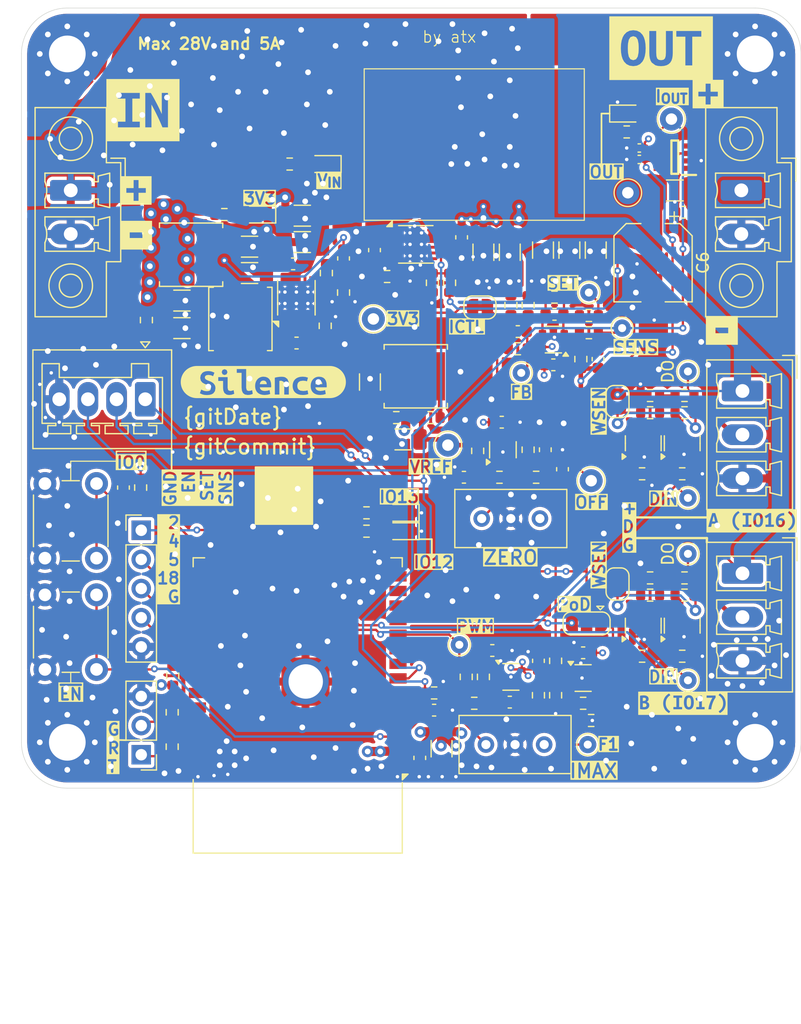
<source format=kicad_pcb>
(kicad_pcb (version 20240108) (generator "pcbnew") (generator_version "8.0")
  (layers (0 "F.Cu" signal) (1 "In1.Cu" signal) (2 "In2.Cu" signal) (31 "B.Cu" signal) (34 "B.Paste" user) (35 "F.Paste" user) (36 "B.SilkS" user "B.Silkscreen") (37 "F.SilkS" user "F.Silkscreen") (38 "B.Mask" user) (39 "F.Mask" user) (44 "Edge.Cuts" user))
  (net 0 "")
  (net 1 "GND")
  (net 2 "+3V3")
  (net 3 "Net-(U5-+)")
  (net 4 "Net-(C3-Pad1)")
  (net 5 "Net-(U5--)")
  (net 6 "Net-(U2-BOOT)")
  (net 7 "+VDC")
  (net 8 "/Current Sense/V_{In}")
  (net 9 "/ESP/EN")
  (net 10 "/ESP/IO0")
  (net 11 "/Internal Power/SW")
  (net 12 "Net-(U6-BOOT)")
  (net 13 "Net-(U6-FB)")
  (net 14 "/Current Sense/V_{out}")
  (net 15 "VOFF")
  (net 16 "Net-(U4-+)")
  (net 17 "Net-(C36-Pad2)")
  (net 18 "Net-(U4--)")
  (net 19 "VREF")
  (net 20 "Net-(C38-Pad1)")
  (net 21 "/DCDC/FB")
  (net 22 "Net-(U8-+)")
  (net 23 "Net-(D1-A)")
  (net 24 "Net-(D2-A)")
  (net 25 "Net-(U8--)")
  (net 26 "Net-(FB2-Pad2)")
  (net 27 "/EN")
  (net 28 "/SET")
  (net 29 "/SENS")
  (net 30 "Net-(J3-Pin_2)")
  (net 31 "Net-(J3-Pin_1)")
  (net 32 "Net-(J4-Pin_2)")
  (net 33 "/ESP/IO2")
  (net 34 "/ESP/IO4")
  (net 35 "/ESP/IO5")
  (net 36 "/ESP/IO18")
  (net 37 "Net-(J7-Pin_2)")
  (net 38 "/ESP/PWM Reject/OUT")
  (net 39 "/ESP/DAC_2")
  (net 40 "Net-(JP2-A)")
  (net 41 "Net-(L3-Pad2)")
  (net 42 "Net-(Q1-D)")
  (net 43 "/ESP/WS_A")
  (net 44 "Net-(Q2-D)")
  (net 45 "Net-(Q3-D)")
  (net 46 "/ESP/WS_B")
  (net 47 "Net-(Q4-D)")
  (net 48 "Net-(R1-Pad1)")
  (net 49 "Net-(U3--)")
  (net 50 "/ESP/PWM Reject/IN")
  (net 51 "Net-(U2-RT)")
  (net 52 "Net-(U6-RT)")
  (net 53 "Net-(U3-+)")
  (net 75 "/DCDC/SW")
  (net 76 "Net-(FB2-Pad1)")
  (net 77 "Net-(R41-Pad1)")
  (net 78 "Net-(U1-TXD0{slash}IO1)")
  (net 79 "Net-(U1-RXD0{slash}IO3)")
  (net 80 "Net-(C14-Pad1)")
  (net 81 "/Internal Power/3V3_UNFILT")
  (net 82 "Net-(D3-A)")
  (net 83 "Net-(D4-A)")
  (net 84 "/ESP/LED_B")
  (net 85 "/ESP/LED_A")
  (net 86 "Net-(JP3-A)")
  (net 87 "Net-(JP4-A)")
  (net 88 "Net-(D5-A)")
  (footprint "Capacitor_SMD:C_0603_1608Metric" (layer "F.Cu") (at 163.6 62.8 180)
    (property "Reference" "C27" (hide yes))
    (property "Value" "100n")
  )
  (footprint "Capacitor_SMD:C_0603_1608Metric" (layer "F.Cu") (at 190.2 71.1 -90)
    (property "Reference" "C35" (hide yes))
    (property "Value" "1n")
  )
  (footprint "Inductor_SMD:L_0603_1608Metric" (layer "F.Cu") (at 185.6 79 -90)
    (property "Reference" "FB2" (hide yes))
    (property "Value" "GZ1608D601TF")
  )
  (footprint "Capacitor_SMD:C_0603_1608Metric" (layer "F.Cu") (at 188.9 96.7 180)
    (property "Reference" "C4" (hide yes))
    (property "Value" "1u")
  )
  (footprint "Capacitor_SMD:C_0603_1608Metric" (layer "F.Cu") (at 148.8 82.3 90)
    (property "Reference" "C24" (hide yes))
    (property "Value" "1u")
  )
  (footprint "Capacitor_SMD:C_0603_1608Metric" (layer "F.Cu") (at 186.3 71.6)
    (property "Reference" "C5" (hide yes))
    (property "Value" "1u")
  )
  (footprint "Resistor_SMD:R_1206_3216Metric" (layer "F.Cu") (at 196.9 56.4 180)
    (property "Reference" "R33" (hide yes))
    (property "Value" "10mR 1206")
  )
  (footprint "Resistor_SMD:R_0603_1608Metric" (layer "F.Cu") (at 197.7425 90.1725)
    (property "Reference" "R21" (hide yes))
    (property "Value" "330")
  )
  (footprint "Package_TO_SOT_SMD:SOT-353_SC-70-5" (layer "F.Cu") (at 188.9 98.9)
    (property "Reference" "U3" (hide yes))
    (property "Value" "TLV9001IDCK")
  )
  (footprint "footprints:SOT65P280X110-8N" (layer "F.Cu") (at 196.9 53.5 180)
    (property "Reference" "U7" (hide yes))
    (property "Value" "INA241A2IDDFR" (hide yes))
  )
  (footprint "kibuzzard-676F239E" (layer "F.Cu") (at 149.9 56.4)
    (property "Reference" "kibuzzard-676F239E" (hide yes))
    (property "Value" "G***" (hide yes))
  )
  (footprint "meteopress_footprints:MountingHole_3.2mm_M3_Pad_Via_solid" (layer "F.Cu") (at 203.9 44.5)
    (property "Reference" "H1" (hide yes))
    (property "Value" "M3")
  )
  (footprint "kibuzzard-676F243D" (layer "F.Cu") (at 195.7 44)
    (property "Reference" "kibuzzard-676F243D" (hide yes))
    (property "Value" "G***" (hide yes))
  )
  (footprint "Connector_PinHeader_2.54mm:PinHeader_1x03_P2.54mm_Vertical" (layer "F.Cu") (at 150.35 105.585 180)
    (property "Reference" "J3" (hide yes))
    (property "Value" "DEBUG")
  )
  (footprint "Capacitor_SMD:C_1206_3216Metric" (layer "F.Cu") (at 176.55 105.06 -90)
    (property "Reference" "C22" (hide yes))
    (property "Value" "10u")
  )
  (footprint "Resistor_SMD:R_0603_1608Metric" (layer "F.Cu") (at 153.05 104.885 -90)
    (property "Reference" "R48" (hide yes))
    (property "Value" "330")
  )
  (footprint "Capacitor_SMD:C_0603_1608Metric" (layer "F.Cu") (at 168 62.325 -90)
    (property "Reference" "C31" (hide yes))
    (property "Value" "15p")
  )
  (footprint "Jumper:SolderJumper-2_P1.3mm_Open_RoundedPad1.0x1.5mm" (layer "F.Cu") (at 191.9 90.7 90)
    (property "Reference" "JP3" (hide yes))
    (property "Value" "WSEN")
  )
  (footprint "Capacitor_SMD:C_0603_1608Metric" (layer "F.Cu") (at 175.9 101.7)
    (property "Reference" "C23" (hide yes))
    (property "Value" "1u")
  )
  (footprint "Package_TO_SOT_SMD:SOT-23" (layer "F.Cu") (at 197.5425 94.335 90)
    (property "Reference" "Q3" (hide yes))
    (property "Value" "AO3400A")
  )
  (footprint "Resistor_SMD:R_0603_1608Metric" (layer "F.Cu") (at 188.9 101.1)
    (property "Reference" "R8" (hide yes))
    (property "Value" "10k")
  )
  (footprint "Resistor_SMD:R_0603_1608Metric" (layer "F.Cu") (at 194.7425 75.7725)
    (property "Reference" "R15" (hide yes))
    (property "Value" "10k")
  )
  (footprint "Resistor_SMD:R_0603_1608Metric" (layer "F.Cu") (at 194.7425 91.6725)
    (property "Reference" "R20" (hide yes))
    (property "Value" "10k")
  )
  (footprint "LED_SMD:LED_0603_1608Metric" (layer "F.Cu") (at 166.3 54.1 180)
    (property "Reference" "D5" (hide yes))
    (property "Value" "LED")
  )
  (footprint "Resistor_SMD:R_0603_1608Metric" (layer "F.Cu") (at 181.6 81.4 180)
    (property "Reference" "R42" (hide yes))
    (property "Value" "1k")
  )
  (footprint "Connector_Phoenix_MC:PhoenixContact_MCV_1,5_3-G-3.81_1x03_P3.81mm_Vertical" (layer "F.Cu") (at 202.8 89.78 -90)
    (property "Reference" "J4" (hide yes))
    (property "Value" "15EDGVC-3.81-03P")
  )
  (footprint "Potentiometer_THT:Potentiometer_Bourns_3296W_Vertical" (layer "F.Cu") (at 180.05 85 180)
    (property "Reference" "R41" (hide yes))
    (property "Value" "10k")
  )
  (footprint "Potentiometer_THT:Potentiometer_Bourns_3296W_Vertical" (layer "F.Cu") (at 180.42 104.7 180)
    (property "Reference" "R1" (hide yes))
    (property "Value" "10k")
  )
  (footprint "Package_SON:WSON-12-1EP_3x3mm_P0.5mm_EP1.5x2.5mm_ThermalVias" (layer "F.Cu") (at 174.3 61.1)
    (property "Reference" "U2" (hide yes))
    (property "Value" "LMR51450F")
  )
  (footprint "Package_SON:WSON-12-1EP_3x3mm_P0.5mm_EP1.5x2.5mm_ThermalVias" (layer "F.Cu") (at 163.885 65.755 90)
    (property "Reference" "U6" (hide yes))
    (property "Value" "LMR51450F")
  )
  (footprint "Resistor_SMD:R_0603_1608Metric" (layer "F.Cu") (at 194.7425 74.2725 180)
    (property "Reference" "R37" (hide yes))
    (property "Value" "??")
  )
  (footprint "Button_Switch_THT:SW_PUSH_6mm_H4.3mm" (layer "F.Cu") (at 141.95 88.45 90)
    (property "Reference" "SW2" (hide yes))
    (property "Value" "SW")
  )
  (footprint "Resistor_SMD:R_0603_1608Metric" (layer "F.Cu") (at 177.25 64.45 90)
    (property "Reference" "R23" (hide yes))
    (property "Value" "?")
  )
  (footprint "Resistor_SMD:R_0603_1608Metric" (layer "F.Cu") (at 186.5 100.4 90)
    (property "Reference" "R46" (hide yes))
    (property "Value" "100k")
  )
  (footprint "Resistor_SMD:R_0603_1608Metric" (layer "F.Cu") (at 185 100.4 90)
    (property "Reference" "R39" (hide yes))
    (property "Value" "10k")
  )
  (footprint "Inductor_SMD:L_Sunlord_SWPA5020S" (layer "F.Cu") (at 174.3 72.6)
    (property "Reference" "L3" (hide yes))
    (property "Value" "4.7uH (SWPA5020S4R7MT)")
  )
  (footprint "Package_TO_SOT_SMD:SOT-353_SC-70-5" (layer "F.Cu") (at 181.9 79 90)
    (property "Reference" "U8" (hide yes))
    (property "Value" "TLV9001IDCK")
  )
  (footprint "kibuzzard-676F2404" (layer "F.Cu") (at 149.9 60.3)
    (property "Reference" "kibuzzard-676F2404" (hide yes))
    (property "Value" "G***" (hide yes))
  )
  (footprint "Capacitor_SMD:C_0603_1608Metric" (layer "F.Cu") (at 178.3 60.4875 90)
    (property "Reference" "C9" (hide yes))
    (property "Value" "100n")
  )
  (footprint "Resistor_SMD:R_0603_1608Metric" (layer "F.Cu") (at 179.7 79.1 90)
    (property "Reference" "R40" (hide yes))
    (property "Value" "10k")
  )
  (footprint "kibuzzard-676F2425" (layer "F.Cu") (at 150.5 49.4)
    (property "Reference" "kibuzzard-676F2425" (hide yes))
    (property "Value" "G***" (hide yes))
  )
  (footprint "Capacitor_SMD:C_0603_1608Metric" (layer "F.Cu") (at 181.8 76.6)
    (property "Reference" "C43" (hide yes))
    (property "Value" "1u")
  )
  (footprint "meteopress_footprints:TestPoint_THTPad_D2.0mm_Drill1.0mm" (layer "F.Cu") (at 170.6 67.6 90)
    (property "Reference" "TP10" (hide yes))
    (property "Value" "3V3")
  )
  (footprint "Resistor_SMD:R_0603_1608Metric" (layer "F.Cu") (at 192.7 51.3)
    (property "Reference" "R25" (hide yes))
    (property "Value" "47k")
  )
  (footprint "meteopress_footprints:TestPoint_THTPad_D1.5mm_Drill0.7mm" (layer "F.Cu") (at 198.0425 72.1725 -90)
    (property "Reference" "TP3" (hide yes))
    (property "Value" "DO")
  )
  (footprint "Resistor_SMD:R_0603_1608Metric" (layer "F.Cu") (at 166.5 63.6 -90)
    (property "Reference" "R29" (hide yes))
    (property "Value" "100k")
  )
  (footprint "Resistor_SMD:R_0603_1608Metric" (layer "F.Cu") (at 153.1 98.7 -90)
    (property "Reference" "R26" (hide yes))
    (property "Value" "10k")
  )
  (footprint "meteopress_footprints:TestPoint_THTPad_D1.5mm_Drill0.7mm" (layer "F.Cu") (at 183.5 72.3 180)
    (property "Reference" "TP6" (hide yes))
    (property "Value" "FB")
  )
  (footprint "Capacitor_SMD:C_0603_1608Metric" (layer "F.Cu") (at 187.1 80.7 90)
    (property "Reference" "C42" (hide yes))
    (property "Value" "10n")
  )
  (footprint "Capacitor_SMD:C_0402_1005Metric" (layer "F.Cu") (at 193.8 53.7 180)
    (property "Reference" "C34" (hide yes))
    (property "Value" "100n")
  )
  (footprint "meteopress_footprints:MountingHole_3.2mm_M3_Pad_Via_solid" (layer "F.Cu") (at 143.9 44.5)
    (property "Reference" "H2" (hide yes))
    (property "Value" "M3")
  )
  (footprint "meteopress_footprints:MountingHole_3.2mm_M3_Pad_Via_solid" (layer "F.Cu") (at 203.9 104.5)
    (property "Reference" "H3" (hide yes))
    (property "Value" "M3")
  )
  (footprint "Resistor_SMD:R_0603_1608Metric" (layer "F.Cu") (at 157.6 58.5)
    (property "Reference" "R32" (hide yes))
    (property "Value" "10k")
  )
  (footprint "Package_TO_SOT_SMD:SOT-353_SC-70-5" (layer "F.Cu") (at 186.3 69.4 180)
    (property "Reference" "U4" (hide yes))
    (property "Value" "TLV9001IDCK")
  )
  (footprint "Capacitor_SMD:C_0603_1608Metric" (layer "F.Cu") (at 185 97.4 90)
    (property "Reference" "C1" (hide yes))
    (property "Value" "1u")
  )
  (footprint "Package_TO_SOT_SMD:SOT-23" (layer "F.Cu") (at 194.1425 94.335 90)
    (property "Reference" "Q4" (hide yes))
    (property "Value" "AO3400A")
  )
  (footprint "Resistor_SMD:R_0603_1608Metric" (layer "F.Cu") (at 197.7425 75.7725 180)
    (property "Reference" "R12" (hide yes))
    (property "Value" "10k")
  )
  (footprint "Jumper:SolderJumper-2_P1.3mm_Bridged_RoundedPad1.0x1.5mm" (layer "F.Cu") (at 179.9 66.6)
    (property "Reference" "JP2" (hide yes))
    (property "Value" "ICTL")
  )
  (footprint "LED_SMD:LED_0603_1608Metric" (layer "F.Cu") (at 160.6 58.5 180)
    (property "Reference" "D2" (hide yes))
    (property "Value" "LED")
  )
  (footprint "Capacitor_SMD:C_1206_3216Metric" (layer "F.Cu") (at 185.4 61.6 -90)
    (property "Reference" "C10" (hide yes))
    (property "Value" "10u")
  )
  (footprint "Capacitor_SMD:C_0603_1608Metric" (layer "F.Cu") (at 174.65 105.86 -90)
    (property "Reference" "C21" (hide yes))
    (property "Value" "1u")
  )
  (footprint "Capacitor_SMD:C_0603_1608Metric" (layer "F.Cu") (at 182.5 101)
    (property "Reference" "C3" (hide yes))
    (property "Value" "10n")
  )
  (footprint "Capacitor_SMD:C_1206_3216Metric" (layer "F.Cu") (at 159.8 63.6)
    (property "Reference" "C29" (hide yes))
    (property "Value" "47u")
  )
  (footprint "Package_TO_SOT_SMD:SOT-23" (layer "F.Cu") (at 197.5425 78.435 90)
    (property "Reference" "Q1" (hide yes))
    (property "Value" "AO3400A")
  )
  (footprint "Resistor_SMD:R_0603_1608Metric" (layer "F.Cu") (at 189.4 67.3)
    (property "Reference" "R2" (hide yes))
    (property "Value" "10k")
  )
  (footprint "meteopress_footprints:MountingHole_3.2mm_M3_Pad_Via_solid" (layer "F.Cu") (at 143.9 104.5)
    (property "Reference" "H4" (hide yes))
    (property "Value" "M3")
  )
  (footprint "Capacitor_SMD:C_0603_1608Metric" (layer "F.Cu") (at 180.975 96.5)
    (property "Reference" "C2" (hide yes))
    (property "Value" "10n")
  )
  (footprint "Resistor_SMD:R_0603_1608Metric" (layer "F.Cu") (at 178.7 98.8 -90)
    (property "Reference" "R9" (hide yes))
    (property "Value" "10k")
  )
  (footprint "Capacitor_SMD:C_0603_1608Metric" (layer "F.Cu") (at 170.7 61.6 90)
    (property "Reference" "C7" (hide yes))
    (property "Value" "100n")
  )
  (footprint "Resistor_SMD:R_0603_1608Metric" (layer "F.Cu") (at 189.6 102.6 180)
    (property "Reference" "R45" (hide yes))
    (property "Value" "10k")
  )
  (footprint "Connector_Phoenix_MC:PhoenixContact_MCV_1,5_3-G-3.81_1x03_P3.81mm_Vertical" (layer "F.Cu") (at 202.8 73.88 -90)
    (property "Reference" "J7" (hide yes))
    (property "Value" "15EDGVC-3.81-03P")
  )
  (footprint "kibuzzard-676F26EA" (layer "F.Cu") (at 161 73.1)
    (property "Reference" "kibuzzard-676F26EA" (hide yes))
    (property "Value" "G***" (hide yes))
  )
  (footprint "Jumper:SolderJumper-2_P1.3mm_Open_RoundedPad1.0x1.5mm" (layer "F.Cu") (at 191.9 74.8 90)
    (property "Reference" "JP4" (hide yes))
    (property "Value" "WSEN")
  )
  (footprint "LED_SMD:LED_0603_1608Metric" (layer "F.Cu") (at 192.7 49.7)
    (property "Reference" "D1" (hide yes))
    (property "Value" "LED")
  )
  (footprint "Capacitor_SMD:C_1206_3216Metric" (layer "F.Cu") (at 182.5 61.7875 90)
    (property "Reference" "C20" (hide yes))
    (property "Value" "10u")
  )
  (footprint "Resistor_SMD:R_0603_1608Metric" (layer "F.Cu") (at 194.7425 90.1725 180)
    (property "Reference" "R36" (hide yes))
    (property "Value" "??")
  )
  (footprint "Package_TO_SOT_SMD:SOT-23" (layer "F.Cu") (at 194.1425 78.435 90)
    (property "Reference" "Q2" (hide yes))
    (property "Value" "AO3400A")
  )
  (footprint "Resistor_SMD:R_0603_1608Metric" (layer "F.Cu") (at 197.5425 96.9975 180)
    (property "Reference" "R17" (hide yes))
    (property "Value" "1M")
  )
  (footprint "Resistor_SMD:R_0603_1608Metric" (layer "F.Cu") (at 166.4 68.2 90)
    (property "Reference" "R28" (hide yes))
    (property "Value" "47k")
  )
  (footprint "Capacitor_SMD:C_1206_3216Metric" (layer "F.Cu") (at 187.7 61.6 -90)
    (property "Reference" "C12" (hide yes))
    (property "Value" "10u")
  )
  (footprint "meteopress_footprints:TestPoint_THTPad_D1.5mm_Drill0.7mm" (layer "F.Cu") (at 198.0425 83.1975 -90)
    (property "Reference" "TP15" (hide yes))
    (property "Value" "DIN")
  )
  (footprint "kibuzzard-676F24FA" (layer "F.Cu") (at 197.6 101.1)
    (property "Reference" "kibuzzard-676F24FA" (hide yes))
    (property "Value" "G***" (hide yes))
  )
  (footprint "Capacitor_SMD:C_0603_1608Metric" (layer "F.Cu") (at 183.2 68.7 180)
    (property "Reference" "C39" (hide yes))
    (property "Value" "??")
  )
  (footprint "Resistor_SMD:R_0603_1608Metric" (layer "F.Cu") (at 184.8 81.4)
    (property "Reference" "R43" (hide yes))
    (property "Value" "10")
  )
  (footprint "LED_SMD:LED_0603_1608Metric" (layer "F.Cu") (at 173.1 86.1 180)
    (property "Reference" "D4" (hide yes))
    (property "Value" "LED")
  )
  (footprint "Package_TO_SOT_SMD:SOT-353_SC-70-5" (layer "F.Cu") (at 182.6 98.8)
    (property "Reference" "U5" (hide yes))
    (property "Value" "TLV9001IDCK")
  )
  (footprint "Connector_PinHeader_2.54mm:PinHeader_1x05_P2.54mm_Vertical" (layer "F.Cu") (at 150.35 86.02)
    (property "Reference" "J6" (hide yes))
    (property "Value" "EXTRA")
  )
  (footprint "Resistor_SMD:R_0603_1608Metric" (layer "F.Cu") (at 175.75 64.45 -90)
    (property "Reference" "R24" (hide yes))
    (property "Value" "?")
  )
  (footprint "LED_SMD:LED_0603_1608Metric" (layer "F.Cu") (at 173.1 84.5 180)
    (property "Reference" "D3" (hide yes))
    (property "Value" "LED")
  )
  (footprint "kibuzzard-676F239E" (layer "F.Cu") (at 199.8 48)
    (property "Reference" "kibuzzard-676F239E" (hide yes))
    (property "Value" "G***" (hide yes))
  )
  (footprint "Resistor_SMD:R_0603_1608Metric" (layer "F.Cu") (at 171.8 63.9 180)
    (property "Reference" "R22" (hide yes))
    (property "Value" "47k")
  )
  (footprint "meteopress_footprints:TestPoint_THTPad_D1.5mm_Drill0.7mm" (layer "F.Cu") (at 189.4 65.3 180)
    (property "Reference" "TP5" (hide yes))
    (property "Value" "SET")
  )
  (footprint "Capacitor_SMD:CP_Elec_6.3x7.7" (layer "F.Cu") (at 195 62.7 -90)
    (property "Reference" "C6")
    (property "Value" "100u (EEEFTH101XAP)")
  )
  (footprint "meteopress_footprints:TestPoint_THTPad_D2.0mm_Drill1.0mm" (layer "F.Cu") (at 192.8 56.6)
    (property "Reference" "TP11" (hide yes))
    (property "Value" "OUT")
  )
  (footprint "Jumper:SolderJumper-3_P1.3mm_Bridged12_RoundedPad1.0x1.5mm" (layer "F.Cu") (at 189.2 94.1425 180)
    (property "Reference" "JP1" (hide yes))
    (property "Value" "PoD")
  )
  (footprint "Capacitor_SMD:C_1206_3216Metric" (layer "F.Cu") (at 153.9 68.4)
    (property "Reference" "C14" (hide yes))
    (property "Value" "47u")
  )
  (footprint "meteopress_footprints:TestPoint_THTPad_D2.0mm_Drill1.0mm" (layer "F.Cu") (at 196.6 50.18)
    (property "Reference" "TP8" (hide yes))
    (property "Value" "I_{OUT}")
  )
  (footprint "Resistor_SMD:R_0603_1608Metric" (layer "F.Cu") (at 194.0425 96.9975 180)
    (property "Reference" "R19" (hide yes))
    (property "Value" "1M")
  )
  (footprint "Capacitor_SMD:C_1206_3216Metric" (layer "F.Cu") (at 164.4 60.9 180)
    (property "Reference" "C25" (hide yes))
    (property "Value" "10u")
  )
  (footprint "Resistor_SMD:R_0603_1608Metric" (layer "F.Cu") (at 153.05 101.885 -90)
    (property "Reference" "R49" (hide yes))
    (property "Value" "330")
  )
  (footprint "Resistor_SMD:R_0603_1608Metric" (layer "F.Cu") (at 179.4 101.1)
    (property "Reference" "R6" (hide yes))
    (property "Value" "100")
  )
  (footprint "Capacitor_SMD:C_0603_1608Metric" (layer "F.Cu") (at 186.4 67.2 180)
    (property "Reference" "C36" (hide yes))
    (property "Value" "1n")
  )
  (footprint "Resistor_SMD:R_0603_1608Metric" (layer "F.Cu") (at 197.7425 91.6725 180)
    (property "Reference" "R18" (hide yes))
    (property "Value" "10k")
  )
  (footprint "kibuzzard-676F24DA" (layer "F.Cu") (at 203.6 85.2)
    (property "Reference" "kibuzzard-676F24DA" (hide yes))
    (property "Value" "G***" (hide yes))
  )
  (footprint "Capacitor_SMD:C_1206_3216Metric" (layer "F.Cu") (at 180.2 61.7875 90)
    (property "Reference" "C8" (hide yes))
    (property "Value" "10u")
  )
  (footprint "Inductor_SMD:L_Sunlord_SWPA5020S" (layer "F.Cu") (at 154.7 62 180)
    (property "Reference" "L4" (hide yes))
    (property "Value" "4.7uH (SWPA5020S4R7MT)")
  )
  (footprint "meteopress_footprints:TestPoint_THTPad_D2.0mm_Drill1.0mm" (layer "F.Cu") (at 189.6 81.7 90)
    (property "Reference" "TP13" (hide yes))
    (property "Value" "OFF")
  )
  (footprint "meteopress_footprints:TestPoint_THTPad_D1.5mm_Drill0.7mm" (layer "F.Cu") (at 198.0425 99.0975 -90)
    (property "Reference" "TP2" (hide yes))
    (property "Value" "DIN")
  )
  (footprint "kibuzzard-676F2404" (layer "F.Cu") (at 201 68.6)
    (property "Reference" "kibuzzard-676F2404" (hide yes))
    (property "Value" "G***" (hide yes))
  )
  (footprint "Capacitor_SMD:C_0603_1608Metric" (layer "F.Cu") (at 178.5 81.4 180)
    (property "Reference" "C41" (hide yes))
    (property "Value" "1u")
  )
  (footprint "footprints:YSPIA1770" (layer "F.Cu") (at 179.4 52.4)
    (property "Reference" "L1" (hide yes))
    (property "Value" "22uH (YSPIA1770-220M)")
  )
  (footprint "Capacitor_SMD:C_1206_3216Metric" (layer "F.Cu") (at 173.2 78.1 180)
    (property "Reference" "C37" (hide yes))
    (property "Value" "10u")
  )
  (footprint "Resistor_SMD:R_0603_1608Metric" (layer "F.Cu") (at 170 84.5)
    (property "Reference" "R51" (hide yes))
    (property "Value" "10k")
  )
  (footprint "Button_Switch_THT:SW_PUSH_6mm_H4.3mm" (layer "F.Cu") (at 141.95 98.15 90)
    (property "Reference" "SW1" (hide yes))
    (property "Value" "SW")
  )
  (footprint "Resistor_SMD:R_0603_1608Metric" (layer "F.Cu") (at 175.9 100.2 180)
    (property "Reference" "R31" (hide yes))
    (property "Value" "10k")
  )
  (footprint "Resistor_SMD:R_0603_1608Metric" (layer "F.Cu") (at 186.4 65.7)
    (property "Reference" "R3" (hide yes))
    (property "Value" "10k")
  )
  (footprint "Capacitor_SMD:C_1206_3216Metric" (layer "F.Cu") (at 190 61.6 -90)
    (property "Reference" "C11" (hide yes))
    (property "Value" "10u")
  )
  (footprint "Resistor_SMD:R_0603_1608Metric" (layer "F.Cu") (at 168 65.3 -90)
    (property "Reference" "R30" (hide yes))
    (property "Value" "33k")
  )
  (footprint "meteopress_footprints:15EDGVC-2.5-04P-14" (layer "F.Cu") (at 150.7 74.6 180)
    (property "Reference" "J2" (hide yes))
    (property "Value" "15EDGVC-2.5-04P-14")
  )
  (footprint "meteopress_footprints:TestPoint_THTPad_D1.5mm_Drill0.7mm" (layer "F.Cu") (at 189.3 104.7)
    (property "Reference" "TP14" (hide yes))
    (property "Value" "F1")
  )
  (footprint "Connector_Phoenix_MC:PhoenixContact_MCV_1,5_2-GF-3.81_1x02_P3.81mm_Vertical_ThreadedFlange" (layer "F.Cu") (at 202.7 56.39 -90)
    (property "Reference" "J5" (hide yes))
    (property "Value" "15EDGVC-3.81-02P")
  )
  (footprint "Resistor_SMD:R_0603_1608Metric" (layer "F.Cu") (at 172.6 76.2 180)
    (property "Reference" "R38" (hide yes))
    (property "Value" "10")
  )
  (footprint "Resistor_SMD:R_0603_1608Metric" (layer "F.Cu") (at 189.4 68.8)
    (property "Reference" "R4" (hide yes))
    (property "Value" "10k")
  )
  (footprint "Resistor_SMD:R_0603_1608Metric" (layer "F.Cu") (at 182.6 66.4 -90)
    (property "Reference" "R11" (hide yes))
    (property "Value" "10k")
  )
  (footprint "Resistor_SMD:R_0603_1608Metric" (layer "F.Cu") (at 175.6 76.2 180)
    (property "Reference" "R35" (hide yes))
    (property "Value" "10")
  )
  (footprint "meteopress_footprints:TestPoint_THTPad_D2.0mm_Drill1.0mm" (layer "F.Cu") (at 177.1 78.6)
    (property "Reference" "TP9" (hide yes))
    (property "Value" "VREF")
  )
  (footprint "Resistor_SMD:R_0603_1608Metric" (layer "F.Cu") (at 163.3 54.1)
    (property "Reference" "R53" (hide yes))
    (property "Value" "47k")
  )
  (footprint "meteopress_footprints:TestPoint_THTPad_D1.5mm_Drill0.7mm" (layer "F.Cu") (at 198.0425 88.0725 -90)
    (property "Reference" "TP1" (hide yes))
    (property "Value" "DO")
  )
  (footprint "Capacitor_SMD:C_1206_3216Metric" (layer "F.Cu") (at 153.9 66)
    (property "Reference" "C13" (hide yes))
    (property "Value" "10u")
  )
  (footprint "Resistor_SMD:R_0603_1608Metric" (layer "F.Cu") (at 197.7425 74.2725)
    (property "Reference" "R16" (hide yes))
    (property "Value" "330")
  )
  (footprint "Resistor_SMD:R_0603_1608Metric" (layer "F.Cu") (at 184.1 66.4 -90)
    (property "Reference" "R34" (hide yes))
    (property "Value" "10k")
  )
  (footprint "Capacitor_SMD:C_1206_3216Metric" (layer "F.Cu") (at 164.4 58.6 180)
    (property "Reference" "C26" (hide yes))
    (property "Value" "10u")
  )
  (footprint "Capacitor_SMD:C_0402_1005Metric" (layer "F.Cu") (at 193.8 52.7 180)
    (property "Reference" "C33" (hide yes))
    (property "Value" "100n")
  )
  (footprint "meteopress_footprints:TestPoint_THTPad_D1.5mm_Drill0.7mm" (layer "F.Cu") (at 192.3 68.4 180)
    (property "Reference" "TP4" (hide yes))
    (property "Value" "SENS")
  )
  (footprint "Resistor_SMD:R_0603_1608Metric" (layer "F.Cu") (at 150.8 67.7 -90)
    (property "Reference" "R50" (hide yes))
    (property "Value" "1")
  )
  (footprint "Resistor_SMD:R_0603_1608Metric" (layer "F.Cu") (at 188.7 71.1 90)
    (property "Reference" "R5" (hide yes))
    (property "Value" "10k")
  )
  (footprint "Resistor_SMD:R_0603_1608Metric" (layer "F.Cu") (at 170 86.1)
    (property "Reference" "R52" (hide yes))
    (property "Value" "10k")
  )
  (footprint "Resistor_SMD:R_0603_1608Metric" (layer "F.Cu") (at 150.3 82.3 90)
    (property "Reference" "R27" (hide yes))
    (property "Value" "10k")
  )
  (footprint "Resistor_SMD:R_0603_1608Metric" (layer "F.Cu") (at 183.2 70.2)
    (property "Reference" "R7" (hide yes))
    (property "Value" "1k")
  )
  (footprint "Resistor_SMD:R_0603_1608Metric" (layer "F.Cu") (at 180.2 98.8 90)
    (property "Reference" "R10" (hide yes))
    (property "Value" "10k")
  )
  (footprint "Resistor_SMD:R_0603_1608Metric" (layer "F.Cu") (at 194.0425 81.0975 180)
    (property "Reference" "R14" (hide yes))
    (property "Value" "1M")
  )
  (footprint "Inductor_SMD:L_Sunlord_SWPA5020S" (layer "F.Cu") (at 159 67.6 90)
    (property "Reference" "L2" (hide yes))
    (property "Value" "4.7uH (SWPA5020S4R7MT)")
  )
  (footprint "Connector_Phoenix_MC:PhoenixContact_MCV_1,5_2-GF-3.81_1x02_P3.81mm_Vertical_ThreadedFlange" (layer "F.Cu") (at 144.2 56.39 -90)
    (property "Reference" "J1" (hide yes))
    (property "Value" "15EDGVC-3.81-02P")
  )
  (footprint "Resistor_SMD:R_0603_1608Metric" (layer "F.Cu") (at 197.5425 81.0975 180)
    (property "Reference" "R13" (hide yes))
    (property "Value" "1M")
  )
  (footprint "meteopress_footprints:TestPoint_THTPad_D1.5mm_Drill0.7mm" (layer "F.Cu") (at 178.1 96)
    (property "Reference" "TP7" (hide yes))
    (property "Value" "PWM")
  )
  (footprint "RF_Module:ESP32-WROOM-32" (layer "F.Cu") (at 164 98.3 180)
    (property "Reference" "U1" (hide yes))
    (property "Value" "ESP32-WROOM-32")
  )
  (footprint "Capacitor_SMD:C_0603_1608Metric" (layer "F.Cu") (at 163.9 69.7 180)
    (property "Reference" "C28" (hide yes))
    (property "Value" "100n")
  )
  (footprint "Capacitor_SMD:C_1206_3216Metric" (layer "F.Cu") (at 159.8 61.3)
    (property "Reference" "C30" (hide yes))
    (property "Value" "47u")
  )
  (footprint "Resistor_SMD:R_0603_1608Metric" (layer "F.Cu") (at 186.5 97.4 -90)
    (property "Reference" "R44" (hide yes))
    (property "Value" "10k")
  )
  (footprint "Capacitor_SMD:C_0603_1608Metric" (layer "F.Cu") (at 197.7 58.3)
    (property "Reference" "C32" (hide yes))
    (property "Value" "1n/100V")
  )
  (footprint "Capacitor_SMD:C_1206_3216Metric" (layer "F.Cu") (at 170.3 73.1 90)
    (property "Reference" "C38" (hide yes))
    (property "Value" "10u")
  )
  (footprint "Resistor_SMD:R_0603_1608Metric" (layer "F.Cu") (at 184.1 79 90)
    (property "Reference" "R47" (hide yes))
    (property "Value" "0")
  )
  (gr_line (start 199.7 86.7) (end 199.69 87.07) (stroke (width 0.2)) (layer "F.SilkS"))
  (gr_line (start 174.6 86.8) (end 175.7 86.8) (stroke (width 0.15)) (layer "F.SilkS"))
  (gr_line (start 149.02 104.315) (end 148.4 104.3) (stroke (width 0.15)) (layer "F.SilkS"))
  (gr_line (start 193.4 84.9) (end 199.7 84.9) (stroke (width 0.2)) (layer "F.SilkS"))
  (gr_line (start 190.5 49.7) (end 190.5 54.1) (stroke (width 0.15)) (layer "F.SilkS"))
  (gr_line (start 148.1 80) (end 144.2 80) (stroke (width 0.1)) (layer "F.SilkS"))
  (gr_line (start 193.4 86.7) (end 199.7 86.7) (stroke (width 0.2)) (layer "F.SilkS"))
  (gr_line (start 144.2 80) (end 144.2 81.7) (stroke (width 0.1)) (layer "F.SilkS"))
  (gr_line (start 153 78.9) (end 153 80.8) (stroke (width 0.15)) (layer "F.SilkS"))
  (gr_rect (start 160.3 80.5) (end 165.3 85.5) (stroke (width 0.1)) (fill solid) (layer "F.SilkS"))
  (gr_line (start 191.215 49.7) (end 190.5 49.7) (stroke (width 0.15)) (layer "F.SilkS"))
  (gr_line (start 144.2 98.4) (end 144.2 99.3) (stroke (width 0.1)) (layer "F.SilkS"))
  (gr_line (start 175.7 86.8) (end 175.7 88.1) (stroke (width 0.15)) (layer "F.SilkS"))
  (gr_line (start 207.9 44.5) (end 207.9 104.5) (stroke (width 0.05)) (layer "Edge.Cuts"))
  (gr_arc (start 139.9 44.5) (mid 141.071573 41.671573) (end 143.9 40.5) (stroke (width 0.05)) (layer "Edge.Cuts"))
  (gr_arc (start 207.9 104.5) (mid 206.728427 107.328427) (end 203.9 108.5) (stroke (width 0.05)) (layer "Edge.Cuts"))
  (gr_line (start 143.9 40.5) (end 203.9 40.5) (stroke (width 0.05)) (layer "Edge.Cuts"))
  (gr_line (start 203.9 108.5) (end 143.9 108.5) (stroke (width 0.05)) (layer "Edge.Cuts"))
  (gr_arc (start 143.9 108.5) (mid 141.071573 107.328427) (end 139.9 104.5) (stroke (width 0.05)) (layer "Edge.Cuts"))
  (gr_arc (start 203.9 40.5) (mid 206.728427 41.671573) (end 207.9 44.5) (stroke (width 0.05)) (layer "Edge.Cuts"))
  (gr_line (start 139.9 104.5) (end 139.9 44.5) (stroke (width 0.05)) (layer "Edge.Cuts"))
  (gr_text "+\nD\nG" (at 192.2 87.9 0) (layer "F.SilkS" knockout) (effects (font (size 1 1) (thickness 0.2) (bold yes)) (justify left bottom)))
  (gr_text "IMAX" (at 187.6 107.7 0) (layer "F.SilkS" knockout) (effects (font (size 1.2 1.2) (thickness 0.2) (bold yes)) (justify left bottom)))
  (gr_text "IO13" (at 171 83.7 0) (layer "F.SilkS" knockout) (effects (font (size 1 1) (thickness 0.2) (bold yes)) (justify left bottom)))
  (gr_text "GND\nEN\nSET\nSNS" (at 158.3 80.7 90) (layer "F.SilkS" knockout) (effects (font (size 1 1) (thickness 0.2) (bold yes)) (justify right bottom)))
  (gr_text "IO12" (at 174 89.4 0) (layer "F.SilkS" knockout) (effects (font (size 1 1) (thickness 0.2) (bold yes)) (justify left bottom)))
  (gr_text "~{IO0}" (at 148.1 80.7 0) (layer "F.SilkS" knockout) (effects (font (size 1 1) (thickness 0.2) (bold yes)) (justify left bottom)))
  (gr_text "ZERO" (at 180.1 89.1 0) (layer "F.SilkS" knockout) (effects (font (size 1.2 1.2) (thickness 0.2) (bold yes)) (justify left bottom)))
  (gr_text "{gitDate}" (at 153.9 76.9 0) (layer "F.SilkS") (effects (font (size 1.3 1.3) (thickness 0.2)) (justify left bottom)))
  (gr_text "3V3" (at 160.7 57.1 0) (layer "F.SilkS" knockout) (effects (font (size 1 1) (thickness 0.2))))
  (gr_text "Max 28V and 5A" (at 149.9 44.2 0) (layer "F.SilkS") (effects (font (size 1 1) (thickness 0.2) (bold yes)) (justify left bottom)))
  (gr_text "V_{IN}" (at 165.6 56.1 0) (layer "F.SilkS" knockout) (effects (font (size 1 1) (thickness 0.2) (bold yes)) (justify left bottom)))
  (gr_text "~{EN}" (at 143.1 100.9 0) (layer "F.SilkS" knockout) (effects (font (size 1 1) (thickness 0.2) (bold yes)) (justify left bottom)))
  (gr_text "G\nR\nT" (at 147.3 107.2 0) (layer "F.SilkS" knockout) (effects (font (size 1 1) (thickness 0.2) (bold yes)) (justify left bottom)))
  (gr_text "{gitCommit}" (at 153.9 79.5 0) (layer "F.SilkS") (effects (font (size 1.3 1.3) (thickness 0.2)) (justify left bottom)))
  (gr_text "by atx" (at 174.8 43.6 0) (layer "F.SilkS") (effects (font (size 1 1) (thickness 0.1)) (justify left bottom)))
  (gr_text "2\n4\n5\n18\nG" (at 153.8 92.4 0) (layer "F.SilkS" knockout) (effects (font (size 1 1) (thickness 0.2) (bold yes)) (justify right bottom)))
  (segment (start 194.8675 96.9975) (end 194.8675 97.9675) (width 0.2) (layer "F.Cu") (net 1))
  (segment (start 170.4 78.1) (end 170.3 78) (width 0.4) (layer "F.Cu") (net 1))
  (segment (start 171.725 78.1) (end 171.725 79.675) (width 0.4) (layer "F.Cu") (net 1))
  (segment (start 161.275 61.3) (end 161.325 61.3) (width 0.4) (layer "F.Cu") (net 1))
  (segment (start 161.3 59.8) (end 161.725 59.8) (width 0.4) (layer "F.Cu") (net 1))
  (segment (start 194.8675 97.9675) (end 194.9 98) (width 0.2) (layer "F.Cu") (net 1))
  (segment (start 185 96.625) (end 184.125 96.625) (width 0.2) (layer "F.Cu") (net 1))
  (segment (start 176.675 99.225) (end 176.7 99.2) (width 0.2) (layer "F.Cu") (net 1))
  (segment (start 176.725 100.2) (end 176.725 99.225) (width 0.2) (layer "F.Cu") (net 1))
  (segment (start 170.3 72.8) (end 170.313603 72.813603) (width 0.4) (layer "F.Cu") (net 1))
  (segment (start 184.125 96.625) (end 184.1 96.6) (width 0.2) (layer "F.Cu") (net 1))
  (segment (start 174.65 107.45) (end 174.6 107.5) (width 0.2) (layer "F.Cu") (net 1))
  (segment (start 164.635 64.3175) (end 164.635 65.005) (width 0.2) (layer "F.Cu") (net 1))
  (segment (start 174.65 106.635) (end 174.65 107.45) (width 0.2) (layer "F.Cu") (net 1))
  (segment (start 176.45 106.635) (end 176.55 106.535) (width 0.8) (layer "F.Cu") (net 1))
  (segment (start 161.325 61.3) (end 162.825 62.8) (width 0.4) (layer "F.Cu") (net 1))
  (segment (start 196.925 58.3) (end 196.925 59.175) (width 0.2) (layer "F.Cu") (net 1))
  (segment (start 164.635 65.005) (end 163.885 65.755) (width 0.2) (layer "F.Cu") (net 1))
  (segment (start 155.25 106.55) (end 154.05 106.55) (width 0.8) (layer "F.Cu") (net 1))
  (segment (start 198.4925 79.3725) (end 197.7275 79.3725) (width 0.2) (layer "F.Cu") (net 1))
  (segment (start 162.075 62.8) (end 161.275 63.6) (width 0.4) (layer "F.Cu") (net 1))
  (segment (start 196.925 59.175) (end 196.9 59.2) (width 0.2) (layer "F.Cu") (net 1))
  (segment (start 166.4 67.375) (end 167.275 67.375) (width 0.2) (layer "F.Cu") (net 1))
  (segment (start 161.725 59.8) (end 161.9625 59.5625) (width 0.4) (layer "F.Cu") (net 1))
  (segment (start 187.1 79.925) (end 187.1 79) (width 0.2) (layer "F.Cu") (net 1))
  (segment (start 193.9175 73.2975) (end 193.9 73.28) (width 0.2) (layer "F.Cu") (net 1))
  (segment (start 191.9125 48.7125) (end 191.9 48.7) (width 0.2) (layer "F.Cu") (net 1))
  (segment (start 170.975 63.9) (end 170.975 63.825) (width 0.2) (layer "F.Cu") (net 1))
  (segment (start 181.65 98.8) (end 182.6 98.8) (width 0.2) (layer "F.Cu") (net 1))
  (segment (start 197.7275 95.2725) (end 197.7 95.3) (width 0.2) (layer "F.Cu") (net 1))
  (segment (start 161.9625 59.9375) (end 161.9625 59.5625) (width 0.4) (layer "F.Cu") (net 1))
  (segment (start 181.75 97.35) (end 181.7 97.4) (width 0.2) (layer "F.Cu") (net 1))
  (segment (start 162.53 65.755) (end 163.885 65.755) (width 0.2) (layer "F.Cu") (net 1))
  (segment (start 194.8675 79.5975) (end 195.0925 79.3725) (width 0.2) (layer "F.Cu") (net 1))
  (segment (start 168 66.125) (end 167.025 66.125) (width 0.2) (layer "F.Cu") (net 1))
  (segment (start 191.9125 49.7) (end 191.9125 48.7125) (width 0.2) (layer "F.Cu") (net 1))
  (segment (start 186.6 69.4) (end 186.4 69.2) (width 0.2) (layer "F.Cu") (net 1))
  (segment (start 181.75 96.5) (end 182.7 96.5) (width 0.2) (layer "F.Cu") (net 1))
  (segment (start 148.8 81.525) (end 148.8 80.6) (width 0.2) (layer "F.Cu") (net 1))
  (segment (start 171.725 79.675) (end 171.7 79.7) (width 0.4) (layer "F.Cu") (net 1))
  (segment (start 173.8875 86.1) (end 174.8 86.1) (width 0.2) (layer "F.Cu") (net 1))
  (segment (start 157.15 106.55) (end 157.2 106.5) (width 0.8) (layer "F.Cu") (net 1))
  (segment (start 194.494081 79.3725) (end 194.23348 79.633101) (width 0.2) (layer "F.Cu") (net 1))
  (segment (start 172.75 106.55) (end 174.565 106.55) (width 0.8) (layer "F.Cu") (net 1))
  (segment (start 161.275 64.5) (end 162.53 65.755) (width 0.2) (layer "F.Cu") (net 1))
  (segment (start 188.125 96.7) (end 188.125 95.825) (width 0.2) (layer "F.Cu") (net 1))
  (segment (start 199.175 53.825) (end 199.2 53.8) (width 0.2) (layer "F.Cu") (net 1))
  (segment (start 173.8875 84.5) (end 174.8 84.5) (width 0.2) (layer "F.Cu") (net 1))
  (segment (start 187.95 98.9) (end 188.8 98.9) (width 0.2) (layer "F.Cu") (net 1))
  (segment (start 176.675 101.7) (end 177.5 101.7) (width 0.2) (layer "F.Cu") (net 1))
  (segment (start 193.32 52.7) (end 192.7 52.7) (width 0.2) (layer "F.Cu") (net 1))
  (segment (start 198.3675 81.0975) (end 199.2975 81.0975) (width 0.2) (layer "F.Cu") (net 1))
  (segment (start 175.75 66.15) (end 175.7 66.2) (width 0.2) (layer "F.Cu") (net 1))
  (segment (start 193.9175 88.9175) (end 193.9 88.9) (width 0.2) (layer "F.Cu") (net 1))
  (segment (start 188.125 97.025) (end 188.7 97.6) (width 0.2) (layer "F.Cu") (net 1))
  (segment (start 177.725 80.525) (end 177.7 80.5) (width 0.2) (layer "F.Cu") (net 1))
  (segment (start 194.8675 96.9975) (end 194.8675 95.4975) (width 0.2) (layer "F.Cu") (net 1))
  (segment (start 175.05 61.85) (end 174.3 61.1) (width 0.2) (layer "F.Cu") (net 1))
  (segment (start 168 66.125) (end 168.975 66.125) (width 0.2) (layer "F.Cu") (net 1))
  (segment (start 177.725 81.4) (end 177.725 80.525) (width 0.2) (layer "F.Cu") (net 1))
  (segment (start 187.075 72.575) (end 187.1 72.6) (width 0.2) (layer "F.Cu") (net 1))
  (segment (start 181.75 96.5) (end 181.75 97.35) (width 0.2) (layer "F.Cu") (net 1))
  (segment (start 194.8675 81.0975) (end 194.8675 79.5975) (width 0.2) (layer "F.Cu") (net 1))
  (segment (start 171.725 78.1) (end 170.4 78.1) (width 0.4) (layer "F.Cu") (net 1))
  (segment (start 168.975 66.125) (end 169 66.1) (width 0.2) (layer "F.Cu") (net 1))
  (segment (start 162.825 58.5) (end 162.925 58.6) (width 0.2) (layer "F.Cu") (net 1))
  (segment (start 188.125 96.7) (end 188.125 97.025) (width 0.2) (layer "F.Cu") (net 1))
  (segment (start 161.3875 58.5) (end 162.825 58.5) (width 0.2) (layer "F.Cu") (net 1))
  (segment (start 195.0925 95.2725) (end 194.494081 95.2725) (width 0.2) (layer "F.Cu") (net 1))
  (segment (start 193.9175 74.2725) (end 193.9175 73.2975) (width 0.2) (layer "F.Cu") (net 1))
  (segment (start 167.275 67.375) (end 167.3 67.4) (width 0.2) (layer "F.Cu") (net 1))
  (segment (start 188.125 95.825) (end 188.1 95.8) (width 0.2) (layer "F.Cu") (net 1))
  (segment (start 198.3675 96.9975) (end 199.2975 96.9975) (width 0.2) (layer "F.Cu") (net 1))
  (segment (start 199.2975 81.0975) (end 199.3 81.1) (width 0.2) (layer "F.Cu") (net 1))
  (segment (start 171.725 78.1) (end 172.7 78.1) (width 0.4) (layer "F.Cu") (net 1))
  (segment (start 199.2975 96.9975) (end 199.3 97) (width 0.2) (layer "F.Cu") (net 1))
  (segment (start 193.32 53.7) (end 192.7 53.7) (width 0.2) (layer "F.Cu") (net 1))
  (segment (start 162.825 62.8) (end 162.075 62.8) (width 0.4) (layer "F.Cu") (net 1))
  (segment (start 169.71 90.39) (end 169.7 90.4) (width 0.8) (layer "F.Cu") (net 1))
  (segment (start 187.075 71.175) (end 186.6 70.7) (width 0.2) (layer "F.Cu") (net 1))
  (segment (start 198.15 53.825) (end 199.175 53.825) (width 0.2) (layer "F.Cu") (net 1))
  (segment (start 167.025 66.125) (end 167 66.1) (width 0.2) (layer "F.Cu") (net 1))
  (segment (start 194.8675 82.0675) (end 194.9 82.1) (width 0.2) (layer "F.Cu") (net 1))
  (segment (start 161.275 61.3) (end 162.525 61.3) (width 0.4) (layer "F.Cu") (net 1))
  (segment (start 176.725 99.225) (end 176.7 99.2) (width 0.2) (layer "F.Cu") (net 1))
  (segment (start 187.075 71.6) (end 187.075 72.575) (width 0.2) (layer "F.Cu") (net 1))
  (segment (start 178.3 59.7125) (end 178.3 58.8875) (width 0.2) (layer "F.Cu") (net 1))
  (segment (start 196.925 57.425) (end 196.9 57.4) (width 0.2) (layer "F.Cu") (net 1))
  (segment (start 176.675 101.7) (end 176.675 99.225) (width 0.2) (layer "F.Cu") (net 1))
  (segment (start 186.5 101.225) (end 186.5 102) (width 0.2) (layer "F.Cu") (net 1))
  (segment (start 161.9625 59.5625) (end 162.925 58.6) (width 0.4) (layer "F.Cu") (net 1))
  (segment (start 162.925 58.6) (end 162.925 60.9) (width 0.2) (layer "F.Cu") (net 1))
  (segment (start 162.925 60.9) (end 161.9625 59.9375) (width 0.4) (layer "F.Cu") (net 1))
  (segment (start 174.65 106.635) (end 176.45 106.635) (width 0.8) (layer "F.Cu") (net 1))
  (segment (start 181.9 79.95) (end 181.9 79.2) (width 0.2) (layer "F.Cu") (net 1))
  (segment (start 185.4 63.075) (end 182.725 60.4) (width 0.8) (layer "F.Cu") (net 1))
  (segment (start 155.25 106.55) (end 157.15 106.55) (width 0.8) (layer "F.Cu") (net 1))
  (segment (start 174.565 106.55) (end 174.65 106.635) (width 0.8) (layer "F.Cu") (net 1))
  (segment (start 190.425 102.6) (end 189.7 102.6) (width 0.2) (layer "F.Cu") (net 1))
  (segment (start 170.3 71.625) (end 170.3 72.8) (width 0.4) (layer "F.Cu") (net 1))
  (segment (start 170.975 63.825) (end 171.6 63.2) (width 0.2) (layer "F.Cu") (net 1))
  (segment (start 172.7 78.1) (end 173.1 78.5) (width 0.4) (layer "F.Cu") (net 1))
  (segment (start 194.8675 81.0975) (end 194.8675 82.0675) (width 0.2) (layer "F.Cu") (net 1))
  (segment (start 195.0925 79.3725) (end 194.494081 79.3725) (width 0.2) (layer "F.Cu") (net 1))
  (segment (start 197.7275 79.3725) (end 197.7 79.4) (width 0.2) (layer "F.Cu") (net 1))
  (segment (start 196.925 58.3) (end 196.925 57.425) (width 0.2) (layer "F.Cu") (net 1))
  (segment (start 161.275 63.6) (end 161.275 64.5) (width 0.2) (layer "F.Cu") (net 1))
  (segment (start 187.25 69.4) (end 186.6 69.4) (width 0.2) (layer "F.Cu") (net 1))
  (segment (start 169.71 88.79) (end 169.71 90.39) (width 0.8) (layer "F.Cu") (net 1))
  (segment (start 193.9175 90.1725) (end 193.9175 88.9175) (width 0.2) (layer "F.Cu") (net 1))
  (segment (start 194.8675 95.4975) (end 195.0925 95.2725) (width 0.2) (layer "F.Cu") (net 1))
  (segment (start 154.05 106.55) (end 153.6 107) (width 0.8) (layer "F.Cu") (net 1))
  (segment (start 182.575 76.6) (end 183.4 76.6) (width 0.2) (layer "F.Cu") (net 1))
  (segment (start 175.7375 61.85) (end 175.05 61.85) (width 0.2) (layer "F.Cu") (net 1))
  (segment (start 187.075 71.6) (end 187.075 71.175) (width 0.2) (layer "F.Cu") (net 1))
  (segment (start 175.75 65.275) (end 175.75 66.15) (width 0.2) (layer "F.Cu") (net 1))
  (segment (start 182.725 60.4) (end 182.6 60.4) (width 0.8) (layer "F.Cu") (net 1))
  (segment (start 177.725 81.4) (end 176.8 81.4) (width 0.2) (layer "F.Cu") (net 1))
  (segment (start 194.494081 95.2725) (end 194.23348 95.533101) (width 0.2) (layer "F.Cu") (net 1))
  (segment (start 162.525 61.3) (end 162.925 60.9) (width 0.4) (layer "F.Cu") (net 1))
  (segment (start 198.4925 95.2725) (end 197.7275 95.2725) (width 0.2) (layer "F.Cu") (net 1))
  (via (at 184.4 87.1) (size 1) (drill 0.5) (layers "F.Cu" "B.Cu") (net 1))
  (via (at 168.4 81.7) (size 1) (drill 0.5) (layers "F.Cu" "B.Cu") (net 1))
  (via (at 165.8 73.1) (size 1) (drill 0.5) (layers "F.Cu" "B.Cu") (net 1))
  (via (at 167 66.1) (size 0.6) (drill 0.3) (layers "F.Cu" "B.Cu") (net 1))
  (via (at 179.8 87.3) (size 1) (drill 0.5) (layers "F.Cu" "B.Cu") (net 1))
  (via (at 143.9 83.9) (size 1) (drill 0.5) (layers "F.Cu" "B.Cu") (net 1))
  (via (at 173.1 78.5) (size 1) (drill 0.5) (layers "F.Cu" "B.Cu") (net 1))
  (via (at 189.5 61.7) (size 1) (drill 0.5) (layers "F.Cu" "B.Cu") (net 1))
  (via (at 161.9 105.2) (size 1) (drill 0.5) (layers "F.Cu" "B.Cu") (net 1))
  (via (at 166 83.5) (size 1) (drill 0.5) (layers "F.Cu" "B.Cu") (net 1))
  (via (at 177.5 92.2) (size 1) (drill 0.5) (layers "F.Cu" "B.Cu") (net 1))
  (via (at 188.7 97.6) (size 0.6) (drill 0.3) (layers "F.Cu" "B.Cu") (net 1))
  (via (at 183.3 57.8) (size 0.6) (drill 0.3) (layers "F.Cu" "B.Cu") (net 1))
  (via (at 193.5 65.3) (size 1) (drill 0.5) (layers "F.Cu" "B.Cu") (net 1))
  (via (at 157.9 101.4) (size 1) (drill 0.5) (layers "F.Cu" "B.Cu") (net 1))
  (via (at 176.7 99.2) (size 0.6) (drill 0.3) (layers "F.Cu" "B.Cu") (net 1))
  (via (at 167.3 67.4) (size 0.6) (drill 0.3) (layers "F.Cu" "B.Cu") (net 1))
  (via (at 197.7 79.4) (size 0.6) (drill 0.3) (layers "F.Cu" "B.Cu") (net 1))
  (via (at 176.8 81.4) (size 0.6) (drill 0.3) (layers "F.Cu" "B.Cu") (net 1))
  (via (at 206.6 96.9) (size 1) (drill 0.5) (layers "F.Cu" "B.Cu") (net 1))
  (via (at 154.4 83.2) (size 1) (drill 0.5) (layers "F.Cu" "B.Cu") (net 1))
  (via (at 158.6 91.4) (size 1) (drill 0.5) (layers "F.Cu" "B.Cu") (net 1))
  (via (at 143.8 95.3) (size 1) (drill 0.5) (layers "F.Cu" "B.Cu") (net 1))
  (via (at 159.4 95.2) (size 1) (drill 0.5) (layers "F.Cu" "B.Cu") (net 1))
  (via (at 163.9 91.3) (size 1) (drill 0.5) (layers "F.Cu" "B.Cu") (net 1))
  (via (at 168 91.8) (size 1) (drill 0.5) (layers "F.Cu" "B.Cu") (net 1))
  (via (at 171.7 79.7) (size 1) (drill 0.5) (layers "F.Cu" "B.Cu") (net 1))
  (via (at 170.5 91.4) (size 1) (drill 0.5) (layers "F.Cu" "B.Cu") (net 1))
  (via (at 182.6 87.7) (size 1) (drill 0.5) (layers "F.Cu" "B.Cu") (net 1))
  (via (at 189.7 102.6) (size 0.6) (drill 0.3) (layers "F.Cu" "B.Cu") (net 1))
  (via (at 175.4 107.5) (size 0.6) (drill 0.3) (layers "F.Cu" "B.Cu") (net 1))
  (via (at 181.3 59.1) (size 0.6) (drill 0.3) (layers "F.Cu" "B.Cu") (net 1))
  (via (at 194.23348 95.533101) (size 0.6) (drill 0.3) (layers "F.Cu" "B.Cu") (net 1))
  (via (at 169.445456 92.279249) (size 1) (drill 0.5) (layers "F.Cu" "B.Cu") (net 1))
  (via (at 143.2 76.6) (size 0.6) (drill 0.3) (layers "F.Cu" "B.Cu") (net 1))
  (via (at 157.2 105.3) (size 1) (drill 0.5) (layers "F.Cu" "B.Cu") (net 1))
  (via (at 196.9 57.4) (size 0.6) (drill 0.3) (layers "F.Cu" "B.Cu") (net 1))
  (via (at 169.7 90.4) (size 1) (drill 0.5) (layers "F.Cu" "B.Cu") (net 1))
  (via (at 190.7 61.7) (size 1) (drill 0.5) (layers "F.Cu" "B.Cu") (net 1))
  (via (at 159.5 105.9) (size 1) (drill 0.5) (layers "F.Cu" "B.Cu") (net 1))
  (via (at 186.6 70.7) (size 0.6) (drill 0.3) (layers "F.Cu" "B.Cu") (net 1))
  (via (at 180.9 106.7) (size 1) (drill 0.5) (layers "F.Cu" "B.Cu") (net 1))
  (via (at 146.1 100.6) (size 1) (drill 0.5) (layers "F.Cu" "B.Cu") (net 1))
  (via (at 194.9 102.1) (size 1) (drill 0.5) (layers "F.Cu" "B.Cu") (net 1))
  (via (at 205 95.5) (size 1) (drill 0.5) (layers "F.Cu" "B.Cu") (net 1))
  (via (at 165.4 105.8) (size 1) (drill 0.5) (layers "F.Cu" "B.Cu") (net 1))
  (via (at 188.1 95.8) (size 0.6) (drill 0.3) (layers "F.Cu" "B.Cu") (net 1))
  (via (at 201.5 99.4) (size 1) (drill 0.5) (layers "F.Cu" "B.Cu") (net 1))
  (via (at 148 70) (size 1) (drill 0.5) (layers "F.Cu" "B.Cu") (net 1))
  (via (at 197.2 103.3) (size 1) (drill 0.5) (layers "F.Cu" "B.Cu") (net 1))
  (via (at 182.6 82.9) (size 1) (drill 0.5) (layers "F.Cu" "B.Cu") (net 1))
  (via (at 168.1 69.8) (size 1) (drill 0.5) (layers "F.Cu" "B.Cu") (net 1))
  (via (at 157.9 107.3) (size 0.6) (drill 0.3) (layers "F.Cu" "B.Cu") (net 1))
  (via (at 186.9 61.7) (size 1) (drill 0.5) (layers "F.Cu" "B.Cu") (net 1))
  (via (at 168.5 90.5) (size 1) (drill 0.5) (layers "F.Cu" "B.Cu") (net 1))
  (via (at 159.6 79.1) (size 0.6) (drill 0.3) (layers "F.Cu" "B.Cu") (net 1))
  (via (at 204.5 99.3) (size 1) (drill 0.5) (layers "F.Cu" "B.Cu") (net 1))
  (via (at 194.9 82.1) (size 0.6) (drill 0.3) (layers "F.Cu" "B.Cu") (net 1))
  (via (at 168.9 100) (size 1) (drill 0.5) (layers "F.Cu" "B.Cu") (net 1))
  (via (at 161.8 57.2) (size 1) (drill 0.5) (layers "F.Cu" "B.Cu") (net 1))
  (via (at 159.8 72.8) (size 1) (drill 0.5) (layers "F.Cu" "B.Cu") (net 1))
  (via (at 142.3 85.6) (size 1) (drill 0.5) (layers "F.Cu" "B.Cu") (net 1))
  (via (at 172.5 65.5) (size 1) (drill 0.5) (layers "F.Cu" "B.Cu") (net 1))
  (via (at 183.4 76.6) (size 0.6) (drill 0.3) (layers "F.Cu" "B.Cu") (net 1))
  (via (at 148.1 101.8) (size 1) (drill 0.5) (layers "F.Cu" "B.Cu") (net 1))
  (via (at 142.1 100.8) (size 1) (drill 0.5) (layers "F.Cu" "B.Cu") (net 1))
  (via (at 183.8 106.9) (size 1) (drill 0.5) (layers "F.Cu" "B.Cu") (net 1))
  (via (at 199.2 53.8) (size 0.6) (drill 0.3) (layers "F.Cu" "B.Cu") (net 1))
  (via (at 181.9 79.2) (size 0.6) (drill 0.3) (layers "F.Cu" "B.Cu") (net 1))
  (via (at 160.1 61.3) (size 1) (drill 0.5) (layers "F.Cu" "B.Cu") (net 1))
  (via (at 180.2 57.8) (size 0.6) (drill 0.3) (layers "F.Cu" "B.Cu") (net 1))
  (via (at 160.1 63.1) (size 1) (drill 0.5) (layers "F.Cu" "B.Cu") (net 1))
  (via (at 192.7 53.7) (size 0.6) (drill 0.3) (layers "F.Cu" "B.Cu") (net 1))
  (via (at 206 93.9) (size 1) (drill 0.5) (layers "F.Cu" "B.Cu") (net 1))
  (via (at 173.9 63.2) (size 1) (drill 0.5) (layers "F.Cu" "B.Cu") (net 1))
  (via (at 178.6 76.4) (size 1) (drill 0.5) (layers "F.Cu" "B.Cu") (net 1))
  (via (at 159.5 100.1) (size 1) (drill 0.5) (layers "F.Cu" "B.Cu") (net 1))
  (via (at 169 66.1) (size 0.6) (drill 0.3) (layers "F.Cu" "B.Cu") (net 1))
  (via (at 159.1 82) (size 1) (drill 0.5) (layers "F.Cu" "B.Cu") (net 1))
  (via (at 170.3 78) (size 1) (drill 0.5) (layers "F.Cu" "B.Cu") (net 1))
  (via (at 172.7 107.5) (size 0.6) (drill 0.3) (layers "F.Cu" "B.Cu") (net 1))
  (via (at 165.9 76.7) (size 0.6) (drill 0.3) (layers "F.Cu" "B.Cu") (net 1))
  (via (at 190.9 106.1) (size 1) (drill 0.5) (layers "F.Cu" "B.Cu") (net 1))
  (via (at 156.2 73.5) (size 1) (drill 0.5) (layers "F.Cu" "B.Cu") (net 1))
  (via (at 143.8 99.8) (size 1) (drill 0.5) (layers "F.Cu" "B.Cu") (net 1))
  (via (at 179.7 68.5) (size 1) (drill 0.5) (layers "F.Cu" "B.Cu") (net 1))
  (via (at 191.9 48.7) (size 0.6) (drill 0.3) (layers "F.Cu" "B.Cu") (net 1))
  (via (at 183.3 58.9) (size 1) (drill 0.5) (layers "F.Cu" "B.Cu") (net 1))
  (via (at 144.5 77.9) (size 1) (drill 0.5) (layers "F.Cu" "B.Cu") (net 1))
  (via (at 162.7 79.2) (size 0.6) (drill 0.3) (layers "F.Cu" "B.Cu") (net 1))
  (via (at 171.6 63.2) (size 0.6) (drill 0.3) (layers "F.Cu" "B.Cu") (net 1))
  (via (at 203.9 95.5) (size 1) (drill 0.5) (layers "F.Cu" "B.Cu") (net 1))
  (via (at 154.2 66) (size 1) (drill 0.5) (layers "F.Cu" "B.Cu") (net 1))
  (via (at 141.5 73.3) (size 0.6) (drill 0.3) (layers "F.Cu" "B.Cu") (net 1))
  (via (at 193.9 88.9) (size 1) (drill 0.5) (layers "F.Cu" "B.Cu") (net 1))
  (via (at 160.2 60) (size 1) (drill 0.5) (layers "F.Cu" "B.Cu") (net 1))
  (via (at 155.387405 76.878981) (size 0.6) (drill 0.3) (layers "F.Cu" "B.Cu") (net 1))
  (via (at 174.7 62.9) (size 0.6) (drill 0.3) (layers "F.Cu" "B.Cu") (net 1))
  (via (at 143.7 71.9) (size 1) (drill 0.5) (layers "F.Cu" "B.Cu") (net 1))
  (via (at 169.6 63.9) (size 1) (drill 0.5) (layers "F.Cu" "B.Cu") (net 1))
  (via (at 179.1 58.9) (size 0.6) (drill 0.3) (layers "F.Cu" "B.Cu") (net 1))
  (via (at 169.3 61.7) (size 1) (drill 0.5) (layers "F.Cu" "B.Cu") (net 1))
  (via (at 192.7 52.7) (size 0.6) (drill 0.3) (layers "F.Cu" "B.Cu") (net 1))
  (via (at 184.1 96.6) (size 0.6) (drill 0.3) (layers "F.Cu" "B.Cu") (net 1))
  (via (at 197.2 85.7) (size 1) (drill 0.5) (layers "F.Cu" "B.Cu") (net 1))
  (via (at 195.1 67.7) (size 0.6) (drill 0.3) (layers "F.Cu" "B.Cu") (net 1))
  (via (at 177.5 101.7) (size 0.6) (drill 0.3) (layers "F.Cu" "B.Cu") (net 1))
  (via (at 193.1 104.6) (size 1) (drill 0.5) (layers "F.Cu" "B.Cu") (net 1))
  (via (at 155.3 70) (size 1) (drill 0.5) (layers "F.Cu" "B.Cu") (net 1))
  (via (at 156.6 67.3) (size 1) (drill 0.5) (layers "F.Cu" "B.Cu") (net 1))
  (via (at 166.6 95.7) (size 1) (drill 0.5) (layers "F.Cu" "B.Cu") (net 1))
  (via (at 197.7 106.2) (size 1) (drill 0.5) (layers "F.Cu" "B.Cu") (net 1))
  (via (at 199.3 81.1) (size 0.6) (drill 0.3) (layers "F.Cu" "B.Cu") (net 1))
  (via (at 144 80.4) (size 1) (drill 0.5) (layers "F.Cu" "B.Cu") (net 1))
  (via (at 187.2 76.7) (size 1) (drill 0.5) (layers "F.Cu" "B.Cu") (net 1))
  (via (at 202.8 99.6) (size 1) (drill 0.5) (layers "F.Cu" "B.Cu") (net 1))
  (via (at 195.5 72) (size 1) (drill 0.5) (layers "F.Cu" "B.Cu") (net 1))
  (via (at 193.6 62.8) (size 0.6) (drill 0.3) (layers "F.Cu" "B.Cu") (net 1))
  (via (at 155.6 82.3) (size 1) (drill 0.5) (layers "F.Cu" "B.Cu") (net 1))
  (via (at 193.2 63.9) (size 1) (drill 0.5) (layers "F.Cu" "B.Cu") (net 1))
  (via (at 199.3 97) (size 0.6) (drill 0.3) (layers "F.Cu" "B.Cu") (net 1))
  (via (at 180.2 58.8) (size 1) (drill 0.5) (layers "F.Cu" "B.Cu") (net 1))
  (via (at 164 82.4) (size 1) (drill 0.5) (layers "F.Cu" "B.Cu") (net 1))
  (via (at 184.8 91.8) (size 1) (drill 0.5) (layers "F.Cu" "B.Cu") (net 1))
  (via (at 141 75) (size 1) (drill 0.5) (layers "F.Cu" "B.Cu") (net 1))
  (via (at 155.3 107.5) (size 0.6) (drill 0.3) (layers "F.Cu" "B.Cu") (net 1))
  (via (at 149.7 76.8) (size 0.6) (drill 0.3) (layers "F.Cu" "B.Cu") (net 1))
  (via (at 178.2 72.2) (size 1) (drill 0.5) (layers "F.Cu" "B.Cu") (net 1))
  (via (at 142 77.7) (size 1) (drill 0.5) (layers "F.Cu" "B.Cu") (net 1))
  (via (at 188.8 98.9) (size 0.6) (drill 0.3) (layers "F.Cu" "B.Cu") (net 1))
  (via (at 160.9 102.4) (size 1) (drill 0.5) (layers "F.Cu" "B.Cu") (net 1))
  (via (at 142.5 72.3) (size 0.6) (drill 0.3) (layers "F.Cu" "B.Cu") (net 1))
  (via (at 152.5 82.2) (size 1) (drill 0.5) (layers "F.Cu" "B.Cu") (net 1))
  (via (at 161.3 59.8) (size 1) (drill 0.5) (layers "F.Cu" "B.Cu") (net 1))
  (via (at 185.7 61.7) (size 1) (drill 0.5) (layers "F.Cu" "B.Cu") (net 1))
  (via (at 187.1 79) (size 0.6) (drill 0.3) (layers "F.Cu" "B.Cu") (net 1))
  (via (at 177.7 80.5) (size 0.6) (drill 0.3) (layers "F.Cu" "B.Cu") (net 1))
  (via (at 193.9 73.28) (size 0.6) (drill 0.3) (layers "F.Cu" "B.Cu") (net 1))
  (via (at 154.2 67.2) (size 1) (drill 0.5) (layers "F.Cu" "B.Cu") (net 1))
  (via (at 170.1 106.8) (size 1) (drill 0.5) (layers "F.Cu" "B.Cu") (net 1))
  (via (at 144.1 89.6) (size 1) (drill 0.5) (layers "F.Cu" "B.Cu") (net 1))
  (via (at 144.1 97.6) (size 1) (drill 0.5) (layers "F.Cu" "B.Cu") (net 1))
  (via (at 174.2 68.3) (size 1) (drill 0.5) (layers "F.Cu" "B.Cu") (net 1))
  (via (at 163 73.3) (size 1) (drill 0.5) (layers "F.Cu" "B.Cu") (net 1))
  (via (at 157.8 67.4) (size 1) (drill 0.5) (layers "F.Cu" "B.Cu") (net 1))
  (via (at 174.8 84.5) (size 0.6) (drill 0.3) (layers "F.Cu" "B.Cu") (net 1))
  (via (at 185.4 64.3) (size 1) (drill 0.5) (layers "F.Cu" "B.Cu") (net 1))
  (via (at 157.2 106.5) (size 1) (drill 0.5) (layers "F.Cu" "B.Cu") (net 1))
  (via (at 186.4 69.2) (size 0.6) (drill 0.3) (layers "F.Cu" "B.Cu") (net 1))
  (via (at 147.7 104.2) (size 1) (drill 0.5) (layers "F.Cu" "B.Cu") (net 1))
  (via (at 199.8 71.6) (size 1) (drill 0.5) (layers "F.Cu" "B.Cu") (net 1))
  (via (at 179.6 106.6) (size 1) (drill 0.5) (layers "F.Cu" "B.Cu") (net 1))
  (via (at 187.7 64.3) (size 1) (drill 0.5) (layers "F.Cu" "B.Cu") (net 1))
  (via (at 194.23348 79.633101) (size 0.6) (drill 0.3) (layers "F.Cu" "B.Cu") (net 1))
  (via (at 144.1 92.2) (size 1) (drill 0.5) (layers "F.Cu" "B.Cu") (net 1))
  (via (at 190.7 86.3) (size 1) (drill 0.5) (layers "F.Cu" "B.Cu") (net 1))
  (via (at 171.1 88.8) (size 1) (drill 0.5) (layers "F.Cu" "B.Cu") (net 1))
  (via (at 194.9 98) (size 0.6) (drill 0.3) (layers "F.Cu" "B.Cu") (net 1))
  (via (at 162.8 75.5) (size 1) (drill 0.5) (layers "F.Cu" "B.Cu") (net 1))
  (via (at 167.2 90.8) (size 1) (drill 0.5) (layers "F.Cu" "B.Cu") (net 1))
  (via (at 186.5 102) (size 0.6) (drill 0.3) (layers "F.Cu" "B.Cu") (net 1))
  (via (at 156.4 87.3) (size 1) (drill 0.5) (layers "F.Cu" "B.Cu") (net 1))
  (via (at 192.5 83.9) (size 1) (drill 0.5) (layers "F.Cu" "B.Cu") (net 1))
  (via (at 200.1 98.7) (size 1) (drill 0.5) (layers "F.Cu" "B.Cu") (net 1))
  (via (at 177.8 107.5) (size 0.6) (drill 0.3) (layers "F.Cu" "B.Cu") (net 1))
  (via (at 163.7 84.2) (size 1) (drill 0.5) (layers "F.Cu" "B.Cu") (net 1))
  (via (at 157.8 104.4) (size 1) (drill 0.5) (layers "F.Cu" "B.Cu") (net 1))
  (via (at 175.7 66.2) (size 0.6) (drill 0.3) (layers "F.Cu" "B.Cu") (net 1))
  (via (at 170.313603 72.813603) (size 1) (drill 0.5) (layers "F.Cu" "B.Cu") (net 1))
  (via (at 158.5 105.3) (size 1) (drill 0.5) (layers "F.Cu" "B.Cu") (net 1))
  (via (at 159 97.8) (size 1) (drill 0.5) (layers "F.Cu" "B.Cu") (net 1))
  (via (at 171 90.1) (size 1) (drill 0.5) (layers "F.Cu" "B.Cu") (net 1))
  (via (at 167.3 105) (size 1) (drill 0.5) (layers "F.Cu" "B.Cu") (net 1))
  (via (at 186.5 64.3) (size 1) (drill 0.5) (layers "F.Cu" "B.Cu") (net 1))
  (via (at 185.1 76.6) (size 1) (drill 0.5) (layers "F.Cu" "B.Cu") (net 1))
  (via (at 161.8 91.1) (size 1) (drill 0.5) (layers "F.Cu" "B.Cu") (net 1))
  (via (at 182.7 96.5) (size 0.6) (drill 0.3) (layers "F.Cu" "B.Cu") (net 1))
  (via (at 164.4 103.2) (size 1) (drill 0.5) (layers "F.Cu" "B.Cu") (net 1))
  (via (at 199.1 100.7) (size 1) (drill 0.5) (layers "F.Cu" "B.Cu") (net 1))
  (via (at 155.2 79.1) (size 0.6) (drill 0.3) (layers "F.Cu" "B.Cu") (net 1))
  (via (at 160.1 85.7) (size 1) (drill 0.5) (layers "F.Cu" "B.Cu") (net 1))
  (via (at 175.3 91.7) (size 1) (drill 0.5) (layers "F.Cu" "B.Cu") (net 1))
  (via (at 162.5 86.2) (size 1) (drill 0.5) (layers "F.Cu" "B.Cu") (net 1))
  (via (at 171.3 106.6) (size 1) (drill 0.5) (layers "F.Cu" "B.Cu") (net 1))
  (via (at 154.1 69.9) (size 1) (drill 0.5) (layers "F.Cu" "B.Cu") (net 1))
  (via (at 202.3 95.6) (size 1) (drill 0.5) (layers "F.Cu" "B.Cu") (net 1))
  (via (at 200.6 85.6) (size 1) (drill 0.5) (layers "F.Cu" "B.Cu") (net 1))
  (via (at 199.2 69.6) (size 1) (drill 0.5) (layers "F.Cu" "B.Cu") (net 1))
  (via (at 188.6 64.1) (size 0.6) (drill 0.3) (layers "F.Cu" "B.Cu") (net 1))
  (via (at 176.6 107.5) (size 0.6) (drill 0.3) (layers "F.Cu" "B.Cu") (net 1))
  (via (at 165.2 79.1) (size 0.6) (drill 0.3) (layers "F.Cu" "B.Cu") (net 1))
  (via (at 197.7 95.3) (size 0.6) (drill 0.3) (layers "F.Cu" "B.Cu") (net 1))
  (via (at 181.7 97.4) (size 0.6) (drill 0.3) (layers "F.Cu" "B.Cu") (net 1))
  (via (at 165.6 85.7) (size 1) (drill 0.5) (layers "F.Cu" "B.Cu") (net 1))
  (via (at 176.1 80.3) (size 1) (drill 0.5) (layers "F.Cu" "B.Cu") (net 1))
  (via (at 180.9 74.6) (size 1) (drill 0.5) (layers "F.Cu" "B.Cu") (net 1))
  (via (at 164.9 75.2) (size 1) (drill 0.5) (layers "F.Cu" "B.Cu") (net 1))
  (via (at 144.3 86.4) (size 1) (drill 0.5) (layers "F.Cu" "B.Cu") (net 1))
  (via (at 184.6 83.1) (size 1) (drill 0.5) (layers "F.Cu" "B.Cu") (net 1))
  (via (at 186.1 106.8) (size 1) (drill 0.5) (layers "F.Cu" "B.Cu") (net 1))
  (via (at 142.2 70.4) (size 1) (drill 0.5) (layers "F.Cu" "B.Cu") (net 1))
  (via (at 153.6 107) (size 1) (drill 0.5) (layers "F.Cu" "B.Cu") (net 1))
  (via (at 153.1 79.2) (size 0.6) (drill 0.3) (layers "F.Cu" "B.Cu") (net 1))
  (via (at 169.1 60) (size 1) (drill 0.5) (layers "F.Cu" "B.Cu") (net 1))
  (via (at 148 94.9) (size 1) (drill 0.5) (layers "F.Cu" "B.Cu") (net 1))
  (via (at 187.1 72.6) (size 0.6) (drill 0.3) (layers "F.Cu" "B.Cu") (net 1))
  (via (at 178.3 106.5) (size 1) (drill 0.5) (layers "F.Cu" "B.Cu") (net 1))
  (via (at 174.8 86.1) (size 0.6) (drill 0.3) (layers "F.Cu" "B.Cu") (net 1))
  (via (at 152.380338 107.204963) (size 1) (drill 0.5) (layers "F.Cu" "B.Cu") (net 1))
  (via (at 154.2 68.4) (size 1) (drill 0.5) (layers "F.Cu" "B.Cu") (net 1))
  (via (at 174.2 59.5) (size 0.6) (drill 0.3) (layers "F.Cu" "B.Cu") (net 1))
  (via (at 148.4 90.3) (size 1) (drill 0.5) (layers "F.Cu" "B.Cu") (net 1))
  (via (at 191 64.5) (size 1) (drill 0.5) (layers "F.Cu" "B.Cu") (net 1))
  (via (at 190 64) (size 0.6) (drill 0.3) (layers "F.Cu" "B.Cu") (net 1))
  (via (at 182.2 102.5) (size 1) (drill 0.5) (layers "F.Cu" "B.Cu") (net 1))
  (via (at 170.7 87.9) (size 0.6) (drill 0.3) (layers "F.Cu" "B.Cu") (net 1))
  (via (at 158.5 106.5) (size 1) (drill 0.5) (layers "F.Cu" "B.Cu") (net 1))
  (via (at 156.7 107.4) (size 0.6) (drill 0.3) (layers "F.Cu" "B.Cu") (net 1))
  (via (at 157.5 79.2) (size 0.6) (drill 0.3) (layers "F.Cu" "B.Cu") (net 1))
  (via (at 173.8 64.3) (size 0.6) (drill 0.3) (layers "F.Cu" "B.Cu") (net 1))
  (via (at 158.6 75.3) (size 1) (drill 0.5) (layers "F.Cu" "B.Cu") (net 1))
  (via (at 148.3 85.4) (size 1) (drill 0.5) (layers "F.Cu" "B.Cu") (net 1))
  (via (at 168.8 103) (size 1) (drill 0.5) (layers "F.Cu" "B.Cu") (net 1))
  (via (at 157.8 83.5) (size 1) (drill 0.5) (layers "F.Cu" "B.Cu") (net 1))
  (via (at 192.7 101.4) (size 1) (drill 0.5) (layers "F.Cu" "B.Cu") (net 1))
  (via (at 145.3 70.2) (size 1) (drill 0.5) (layers "F.Cu" "B.Cu") (net 1))
  (via (at 176.9 89.5) (size 1) (drill 0.5) (layers "F.Cu" "B.Cu") (net 1))
  (via (at 157.3 96.1) (size 1) (drill 0.5) (layers "F.Cu" "B.Cu") (net 1))
  (via (at 182.6 98.8) (size 0.6) (drill 0.3) (layers "F.Cu" "B.Cu") (net 1))
  (via (at 174.6 107.5) (size 0.6) (drill 0.3) (layers "F.Cu" "B.Cu") (net 1))
  (via (at 198.5 104.2) (size 1) (drill 0.5) (layers "F.Cu" "B.Cu") (net 1))
  (via (at 178.7 91.2) (size 1) (drill 0.5) (layers "F.Cu" "B.Cu") (net 1))
  (via (at 141.7 94.7) (size 1) (drill 0.5) (layers "F.Cu" "B.Cu") (net 1))
  (via (at 193.2 66.6) (size 1) (drill 0.5) (layers "F.Cu" "B.Cu") (net 1))
  (via (at 151.2 77.7) (size 0.6) (drill 0.3) (layers "F.Cu" "B.Cu") (net 1))
  (via (at 205.6 97.8) (size 1) (drill 0.5) (layers "F.Cu" "B.Cu") (net 1))
  (via (at 161.4 83.2) (size 1) (drill 0.5) (layers "F.Cu" "B.Cu") (net 1))
  (via (at 153.3 88.1) (size 1) (drill 0.5) (layers "F.Cu" "B.Cu") (net 1))
  (via (at 148.8 80.6) (size 0.6) (drill 0.3) (layers "F.Cu" "B.Cu") (net 1))
  (via (at 147.7 106.6) (size 1) (drill 0.5) (layers "F.Cu" "B.Cu") (net 1))
  (via (at 162.9 57) (size 1) (drill 0.5) (layers "F.Cu" "B.Cu") (net 1))
  (via (at 181.4 91.8) (size 1) (drill 0.5) (layers "F.Cu" "B.Cu") (net 1))
  (via (at 195.1 106.8) (size 1) (drill 0.5) (layers "F.Cu" "B.Cu") (net 1))
  (via (at 146.4 71.6) (size 1) (drill 0.5) (layers "F.Cu" "B.Cu") (net 1))
  (via (at 168.9 107) (size 1) (drill 0.5) (layers "F.Cu" "B.Cu") (net 1))
  (via (at 200.3 96) (size 1) (drill 0.5) (layers "F.Cu" "B.Cu") (net 1))
  (via (at 169 97.6) (size 1) (drill 0.5) (layers "F.Cu" "B.Cu") (net 1))
  (via (at 178.3 58.8875) (size 0.6) (drill 0.3) (layers "F.Cu" "B.Cu") (net 1))
  (via (at 164.1 96.1) (size 1) (drill 0.5) (layers "F.Cu" "B.Cu") (net 1))
  (via (at 184.4 64.3) (size 0.6) (drill 0.3) (layers "F.Cu" "B.Cu") (net 1))
  (via (at 141.988819 76.193176) (size 0.6) (drill 0.3) (layers "F.Cu" "B.Cu") (net 1))
  (via (at 196.9 59.2) (size 0.6) (drill 0.3) (layers "F.Cu" "B.Cu") (net 1))
  (via (at 188.2 61.7) (size 1) (drill 0.5) (layers "F.Cu" "B.Cu") (net 1))
  (via (at 178.9 83.2) (size 1) (drill 0.5) (layers "F.Cu" "B.Cu") (net 1))
  (segment (start 183.55 98.15) (end 184.975 98.15) (width 0.2) (layer "F.Cu") (net 2))
  (segment (start 172.75 105.28) (end 171.22 105.28) (width 0.8) (layer "F.Cu") (net 2))
  (segment (start 176.55 103.585) (end 174.715 103.585) (width 0.8) (layer "F.Cu") (net 2))
  (segment (start 185.35 71.425) (end 185.525 71.6) (width 0.2) (layer "F.Cu") (net 2))
  (segment (start 173.425 76.2) (end 173.425 77.175) (width 0.8) (layer "F.Cu") (net 2))
  (segment (start 172.75 105.28) (end 174.455 105.28) (width 0.8) (layer "F.Cu") (net 2))
  (segment (start 174.715 103.585) (end 174.7 103.6) (width 0.8) (layer "F.Cu") (net 2))
  (segment (start 154.8 58.5) (end 154.1 59.2) (width 0.2) (layer "F.Cu") (net 2))
  (segment (start 176.55 103.585) (end 178.173628 103.585) (width 0.8) (layer "F.Cu") (net 2))
  (segment (start 178.173628 103.585) (end 178.294314 103.705686) (width 0.8) (layer "F.Cu") (net 2))
  (segment (start 176.55 103.585) (end 176.15 103.585) (width 0.8) (layer "F.Cu") (net 2))
  (segment (start 185.35 70.05) (end 186.15 70.05) (width 0.2) (layer "F.Cu") (net 2))
  (segment (start 194.28 52.7) (end 194.28 52.22) (width 0.2) (layer "F.Cu") (net 2))
  (segment (start 189.675 96.7) (end 190.6 96.7) (width 0.2) (layer "F.Cu") (net 2))
  (segment (start 194.28 52.7) (end 194.755 53.175) (width 0.2) (layer "F.Cu") (net 2))
  (segment (start 176.55 104.75) (end 176.5 104.8) (width 0.8) (layer "F.Cu") (net 2))
  (segment (start 185.525 72.475) (end 185.5 72.5) (width 0.2) (layer "F.Cu") (net 2))
  (segment (start 177.765 104.8) (end 176.55 103.585) (width 0.8) (layer "F.Cu") (net 2))
  (segment (start 150.3 81.475) (end 150.3 80.6) (width 0.2) (layer "F.Cu") (net 2))
  (segment (start 152.125 99.525) (end 152.1 99.5) (width 0.2) (layer "F.Cu") (net 2))
  (segment (start 171.22 105.28) (end 171.2 105.3) (width 0.8) (layer "F.Cu") (net 2))
  (segment (start 176.15 103.585) (end 174.65 105.085) (width 0.8) (layer "F.Cu") (net 2))
  (segment (start 185.525 71.6) (end 185.525 72.475) (width 0.2) (layer "F.Cu") (net 2))
  (segment (start 173.425 77.175) (end 173.3 77.3) (width 0.8) (layer "F.Cu") (net 2))
  (segment (start 189.85 98.25) (end 189.85 96.875) (width 0.2) (layer "F.Cu") (net 2))
  (segment (start 181.025 76.6) (end 180.2 76.6) (width 0.2) (layer "F.Cu") (net 2))
  (segment (start 177.8 104.8) (end 177.765 104.8) (width 0.8) (layer "F.Cu") (net 2))
  (segment (start 183.55 97.55) (end 183.6 97.5) (width 0.2) (layer "F.Cu") (net 2))
  (segment (start 181.25 78.05) (end 181.25 76.825) (width 0.2) (layer "F.Cu") (net 2))
  (segment (start 189.85 96.875) (end 189.675 96.7) (width 0.2) (layer "F.Cu") (net 2))
  (segment (start 181.25 76.825) (end 181.025 76.6) (width 0.2) (layer "F.Cu") (net 2))
  (segment (start 184.975 98.15) (end 185 98.175) (width 0.2) (layer "F.Cu") (net 2))
  (segment (start 194.755 53.175) (end 195.65 53.175) (width 0.2) (layer "F.Cu") (net 2))
  (segment (start 183.55 98.15) (end 182.750003 98.15) (width 0.2) (layer "F.Cu") (net 2))
  (segment (start 176.55 103.585) (end 176.55 104.75) (width 0.8) (layer "F.Cu") (net 2))
  (segment (start 182.750003 98.15) (end 182.6 97.999997) (width 0.2) (layer "F.Cu") (net 2))
  (segment (start 171.2 105.3) (end 170.1 105.3) (width 0.8) (layer "F.Cu") (net 2))
  (segment (start 153.1 99.525) (end 152.125 99.525) (width 0.2) (layer "F.Cu") (net 2))
  (segment (start 186.15 70.05) (end 186.2 70) (width 0.2) (layer "F.Cu") (net 2))
  (segment (start 194.28 52.22) (end 194.6 51.9) (width 0.2) (layer "F.Cu") (net 2))
  (segment (start 185.35 70.05) (end 185.35 71.425) (width 0.2) (layer "F.Cu") (net 2))
  (segment (start 156.775 58.5) (end 154.8 58.5) (width 0.2) (layer "F.Cu") (net 2))
  (segment (start 183.55 98.15) (end 183.55 97.55) (width 0.2) (layer "F.Cu") (net 2))
  (segment (start 174.455 105.28) (end 174.65 105.085) (width 0.8) (layer "F.Cu") (net 2))
  (segment (start 183.55 98.15) (end 184.1 98.7) (width 0.2) (layer "F.Cu") (net 2))
  (via (at 176.5 104.8) (size 1) (drill 0.5) (layers "F.Cu" "B.Cu") (net 2))
  (via (at 150.9 65.7) (size 1) (drill 0.5) (layers "F.Cu" "B.Cu") (net 2))
  (via (at 154.1 59.2) (size 1) (drill 0.5) (layers "F.Cu" "B.Cu") (net 2))
  (via (at 151.2 60) (size 1) (drill 0.5) (layers "F.Cu" "B.Cu") (net 2))
  (via (at 152.1 99.5) (size 1) (drill 0.5) (layers "F.Cu" "B.Cu") (net 2))
  (via (at 184.1 98.7) (size 0.6) (drill 0.3) (layers "F.Cu" "B.Cu") (net 2))
  (via (at 154.4 64.1) (size 1) (drill 0.5) (layers "F.Cu" "B.Cu") (net 2))
  (via (at 173.3 77.3) (size 1) (drill 0.5) (layers "F.Cu" "B.Cu") (net 2))
  (via (at 170.1 105.3) (size 1) (drill 0.5) (layers "F.Cu" "B.Cu") (net 2))
  (via (at 151.1 64.4) (size 1) (drill 0.5) (layers "F.Cu" "B.Cu") (net 2))
  (via (at 153.5 58) (size 1) (drill 0.5) (layers "F.Cu" "B.Cu") (net 2))
  (via (at 182.6 97.999997) (size 0.6) (drill 0.3) (layers "F.Cu" "B.Cu") (net 2))
  (via (at 151.2 58.4) (size 1) (drill 0.5) (layers "F.Cu" "B.Cu") (net 2))
  (via (at 151.2 61.4) (size 1) (drill 0.5) (layers "F.Cu" "B.Cu") (net 2))
  (via (at 150.3 80.6) (size 0.6) (drill 0.3) (layers "F.Cu" "B.Cu") (net 2))
  (via (at 185.5 72.5) (size 0.6) (drill 0.3) (layers "F.Cu" "B.Cu") (net 2))
  (via (at 194.6 51.9) (size 0.6) (drill 0.3) (layers "F.Cu" "B.Cu") (net 2))
  (via (at 151.1 63) (size 1) (drill 0.5) (layers "F.Cu" "B.Cu") (net 2))
  (via (at 178.294314 103.705686) (size 1) (drill 0.5) (layers "F.Cu" "B.Cu") (net 2))
  (via (at 190.6 96.7) (size 0.6) (drill 0.3) (layers "F.Cu" "B.Cu") (net 2))
  (via (at 154.4 60.6) (size 1) (drill 0.5) (layers "F.Cu" "B.Cu") (net 2))
  (via (at 152.3 57.6) (size 1) (drill 0.5) (layers "F.Cu" "B.Cu") (net 2))
  (via (at 183.6 97.5) (size 0.6) (drill 0.3) (layers "F.Cu" "B.Cu") (net 2))
  (via (at 154.3 62.4) (size 1) (drill 0.5) (layers "F.Cu" "B.Cu") (net 2))
  (via (at 180.2 76.6) (size 0.6) (drill 0.3) (layers "F.Cu" "B.Cu") (net 2))
  (via (at 152.5 58.9) (size 1) (drill 0.5) (layers "F.Cu" "B.Cu") (net 2))
  (via (at 171.2 105.3) (size 1) (drill 0.5) (layers "F.Cu" "B.Cu") (net 2))
  (via (at 186.2 70) (size 0.6) (drill 0.3) (layers "F.Cu" "B.Cu") (net 2))
  (via (at 174.7 103.6) (size 1) (drill 0.5) (layers "F.Cu" "B.Cu") (net 2))
  (via (at 177.8 104.8) (size 1) (drill 0.5) (layers "F.Cu" "B.Cu") (net 2))
  (segment (start 180.2 97.975) (end 181.475 97.975) (width 0.2) (layer "F.Cu") (net 3))
  (segment (start 180.2 96.5) (end 180.2 97.975) (width 0.2) (layer "F.Cu") (net 3))
  (segment (start 181.475 97.975) (end 181.65 98.15) (width 0.2) (layer "F.Cu") (net 3))
  (segment (start 181.625 101.1) (end 181.725 101) (width 0.2) (layer "F.Cu") (net 4))
  (segment (start 180.2 99.625) (end 180.2 101.075) (width 0.2) (layer "F.Cu") (net 4))
  (segment (start 178.7 99.625) (end 180.2 99.625) (width 0.2) (layer "F.Cu") (net 4))
  (segment (start 180.225 101.1) (end 181.625 101.1) (width 0.2) (layer "F.Cu") (net 4))
  (segment (start 180.2 101.075) (end 180.225 101.1) (width 0.2) (layer "F.Cu") (net 4))
  (segment (start 185 101.625) (end 188.075 104.7) (width 0.2) (layer "F.Cu") (net 5))
  (segment (start 183.55 99.45) (end 183.55 100.725) (width 0.2) (layer "F.Cu") (net 5))
  (segment (start 183.5 101.225) (end 183.275 101) (width 0.2) (layer "F.Cu") (net 5))
  (segment (start 183.55 99.45) (end 181.65 99.45) (width 0.2) (layer "F.Cu") (net 5))
  (segment (start 185 101.225) (end 185 101.625) (width 0.2) (layer "F.Cu") (net 5))
  (segment (start 188.075 104.7) (end 189.3 104.7) (width 0.2) (layer "F.Cu") (net 5))
  (segment (start 185 101.225) (end 183.5 101.225) (width 0.2) (layer "F.Cu") (net 5))
  (segment (start 183.55 100.725) (end 183.275 101) (width 0.2) (layer "F.Cu") (net 5))
  (segment (start 171.725 61.35) (end 170.7 62.375) (width 0.2) (layer "F.Cu") (net 6))
  (segment (start 172.8625 61.35) (end 171.725 61.35) (width 0.2) (layer "F.Cu") (net 6))
  (segment (start 191.9 74.15) (end 191.9 74.2) (width 0.2) (layer "F.Cu") (net 7))
  (segment (start 191.9 88.6) (end 193.4775 87.0225) (width 0.2) (layer "F.Cu") (net 7))
  (segment (start 162.475 54.1) (end 162.475 51.725) (width 0.4) (layer "F.Cu") (net 7))
  (segment (start 193.4775 87.0225) (end 200.0425 87.0225) (width 0.2) (layer "F.Cu") (net 7))
  (segment (start 200.0425 87.0225) (end 202.8 89.78) (width 0.2) (layer "F.Cu") (net 7))
  (segment (start 191.9 90.05) (end 191.9 88.6) (width 0.2) (layer "F.Cu") (net 7))
  (segment (start 162.475 51.725) (end 162.8 51.4) (width 0.4) (layer "F.Cu") (net 7))
  (via (at 180.1 51.5) (size 1) (drill 0.5) (layers "F.Cu" "B.Cu") (net 7))
  (via (at 153.1 41.9) (size 1) (drill 0.5) (layers "F.Cu" "B.Cu") (net 7))
  (via (at 152.2 52.9) (size 1) (drill 0.5) (layers "F.Cu" "B.Cu") (net 7))
  (via (at 154.7 48.9) (size 1) (drill 0.5) (layers "F.Cu" "B.Cu") (net 7))
  (via (at 147.983845 50.296483) (size 1) (drill 0.5) (layers "F.Cu" "B.Cu") (net 7))
  (via (at 178.800794 54.079327) (size 1) (drill 0.5) (layers "F.Cu" "B.Cu") (net 7))
  (via (at 159.149333 44.719031) (size 1) (drill 0.5) (layers "F.Cu" "B.Cu") (net 7))
  (via (at 169.9 43.6) (size 1) (drill 0.5) (layers "F.Cu" "B.Cu") (net 7))
  (via (at 161.2 47.8) (size 1) (drill 0.5) (layers "F.Cu" "B.Cu") (net 7))
  (via (at 164.65 58.85) (size 1) (drill 0.5) (layers "F.Cu" "B.Cu") (net 7))
  (via (at 162.8 51.4) (size 1) (drill 0.5) (layers "F.Cu" "B.Cu") (net 7))
  (via (at 183 49.9) (size 1) (drill 0.5) (layers "F.Cu" "B.Cu") (net 7))
  (via (at 178.242658 49.145909) (size 1) (drill 0.5) (layers "F.Cu" "B.Cu") (net 7))
  (via (at 164.8 48.9) (size 1) (drill 0.5) (layers "F.Cu" "B.Cu") (net 7))
  (via (at 177.7 52.6) (size 1) (drill 0.5) (layers "F.Cu" "B.Cu") (net 7))
  (via (at 164.8 55.8) (size 1) (drill 0.5) (layers "F.Cu" "B.Cu") (net 7))
  (via (at 181.3 62.0875) (size 1) (drill 0.5) (layers "F.Cu" "B.Cu") (net 7))
  (via (at 183.1 54.2) (size 1) (drill 0.5) (layers "F.Cu" "B.Cu") (net 7))
  (via (at 173.4 41.9) (size 1) (drill 0.5) (layers "F.Cu" "B.Cu") (net 7))
  (via (at 149.4 45.9) (size 1) (drill 0.5) (layers "F.Cu" "B.Cu") (net 7))
  (via (at 179.7 64.3875) (size 1) (drill 0.5) (layers "F.Cu" "B.Cu") (net 7))
  (via (at 182.5 46.8) (size 1) (drill 0.5) (layers "F.Cu" "B.Cu") (net 7))
  (via (at 191.9 74.2) (size 0.6) (drill 0.3) (layers "F.Cu" "B.Cu") (net 7))
  (via (at 177.4 54.1) (size 1) (drill 0.5) (layers "F.Cu" "B.Cu") (net 7))
  (via (at 170 42) (size 1) (drill 0.5) (layers "F.Cu" "B.Cu") (net 7))
  (via (at 149.6 52.4) (size 1) (drill 0.5) (layers "F.Cu" "B.Cu") (net 7))
  (via (at 180.5 64.2875) (size 0.6) (drill 0.3) (layers "F.Cu" "B.Cu") (net 7))
  (via (at 159.6 42.5) (size 1) (drill 0.5) (layers "F.Cu" "B.Cu") (net 7))
  (via (at 179.3 62.1875) (size 0.6) (drill 0.3) (layers "F.Cu" "B.Cu") (net 7))
  (via (at 180.3 42.7) (size 1) (drill 0.5) (layers "F.Cu" "B.Cu") (net 7))
  (via (at 183.3 64.2875) (size 0.6) (drill 0.3) (layers "F.Cu" "B.Cu") (net 7))
  (via (at 159.8 51) (size 1) (drill 0.5) (layers "F.Cu" "B.Cu") (net 7))
  (via (at 150.439194 49.82023) (size 1) (drill 0.5) (layers "F.Cu" "B.Cu") (net 7))
  (via (at 180.3 53.7) (size 1) (drill 0.5) (layers "F.Cu" "B.Cu") (net 7))
  (via (at 142.4 51.9) (size 1) (drill 0.5) (layers "F.Cu" "B.Cu") (net 7))
  (via (at 182.5 64.3875) (size 1) (drill 0.5) (layers "F.Cu" "B.Cu") (net 7))
  (via (at 181.4 64.2875) (size 1) (drill 0.5) (layers "F.Cu" "B.Cu") (net 7))
  (via (at 176.283343 43.39437) (size 1) (drill 0.5) (layers "F.Cu" "B.Cu") (net 7))
  (via (at 143.3 53.5) (size 1) (drill 0.5) (layers "F.Cu" "B.Cu") (net 7))
  (via (at 166.2 55.8) (size 1) (drill 0.5) (layers "F.Cu" "B.Cu") (net 7))
  (via (at 178 46.6) (size 1) (drill 0.5) (layers "F.Cu" "B.Cu") (net 7))
  (via (at 162.31377 45.385785) (size 1) (drill 0.5) (layers "F.Cu" "B.Cu") (net 7))
  (via (at 144.9 50.4) (size 1) (drill 0.5) (layers "F.Cu" "B.Cu") (net 7))
  (via (at 156.7 43.8) (size 1) (drill 0.5) (layers "F.Cu" "B.Cu") (net 7))
  (via (at 147.084256 53.344502) (size 1) (drill 0.5) (layers "F.Cu" "B.Cu") (net 7))
  (via (at 164.3 42.4) (size 1) (drill 0.5) (layers "F.Cu" "B.Cu") (net 7))
  (via (at 164.65 57.35) (size 1) (drill 0.5) (layers "F.Cu" "B.Cu") (net 7))
  (via (at 166.4 50.7) (size 1) (drill 0.5) (layers "F.Cu" "B.Cu") (net 7))
  (via (at 167.3 43.8) (size 1) (drill 0.5) (layers "F.Cu" "B.Cu") (net 7))
  (via (at 177.5 41.9) (size 1) (drill 0.5) (layers "F.Cu" "B.Cu") (net 7))
  (via (at 182.4 62.0875) (size 1) (drill 0.5) (layers "F.Cu" "B.Cu") (net 7))
  (via (at 156.7 52.4) (size 1) (drill 0.5) (layers "F.Cu" "B.Cu") (net 7))
  (via (at 153.212045 45.279951) (size 1) (drill 0.5) (layers "F.Cu" "B.Cu") (net 7))
  (via (at 166.8 47.8) (size 1) (drill 0.5) (layers "F.Cu" "B.Cu") (net 7))
  (via (at 166.5 57) (size 1) (drill 0.5) (layers "F.Cu" "B.Cu") (net 7))
  (via (at 147.6 55.9) (size 1) (drill 0.5) (layers "F.Cu" "B.Cu") (net 7))
  (via (at 150.89428 43.237354) (size 1) (drill 0.5) (layers "F.Cu" "B.Cu") (net 7))
  (via (at 182.056079 54.24392) (size 1) (drill 0.5) (layers "F.Cu" "B.Cu") (net 7))
  (via (at 180.8 48.2) (size 1) (drill 0.5) (layers "F.Cu" "B.Cu") (net 7))
  (via (at 157.2 49.4) (size 1) (drill 0.5) (layers "F.Cu" "B.Cu") (net 7))
  (via (at 164.65 60.35) (size 1) (drill 0.5) (layers "F.Cu" "B.Cu") (net 7))
  (via (at 182.5 52.6) (size 1) (drill 0.5) (layers "F.Cu" "B.Cu") (net 7))
  (via (at 162.6 43.5) (size 1) (drill 0.5) (layers "F.Cu" "B.Cu") (net 7))
  (via (at 164.9 46.1) (size 1) (drill 0.5) (layers "F.Cu" "B.Cu") (net 7))
  (via (at 151.1 47.3) (size 1) (drill 0.5) (layers "F.Cu" "B.Cu") (net 7))
  (via (at 152.6 48.3) (size 1) (drill 0.5) (layers "F.Cu" "B.Cu") (net 7))
  (via (at 156.6 46.6) (size 1) (drill 0.5) (layers "F.Cu" "B.Cu") (net 7))
  (via (at 181.118428 45.164074) (size 1) (drill 0.5) (layers "F.Cu" "B.Cu") (net 7))
  (via (at 180.2 62.0875) (size 1) (drill 0.5) (layers "F.Cu" "B.Cu") (net 7))
  (via (at 158.8 47.8) (size 1) (drill 0.5) (layers "F.Cu" "B.Cu") (net 7))
  (via (at 178 44.2) (size 1) (drill 0.5) (layers "F.Cu" "B.Cu") (net 7))
  (via (at 183.2 44) (size 1) (drill 0.5) (layers "F.Cu" "B.Cu") (net 7))
  (via (at 148.4 48.1) (size 1) (drill 0.5) (layers "F.Cu" "B.Cu") (net 7))
  (via (at 164.65 61.6) (size 1) (drill 0.5) (layers "F.Cu" "B.Cu") (net 7))
  (via (at 180.7 64.8875) (size 0.6) (drill 0.3) (layers "F.Cu" "B.Cu") (net 7))
  (via (at 178.3 62.2875) (size 1) (drill 0.5) (layers "F.Cu" "B.Cu") (net 7))
  (via (at 165.5 56.6) (size 1) (drill 0.5) (layers "F.Cu" "B.Cu") (net 7))
  (via (at 182.7 42.3) (size 1) (drill 0.5) (layers "F.Cu" "B.Cu") (net 7))
  (via (at 153.9 51.2) (size 1) (drill 0.5) (layers "F.Cu" "B.Cu") (net 7))
  (via (at 172.5 43.6) (size 1) (drill 0.5) (layers "F.Cu" "B.Cu") (net 7))
  (segment (start 206.1 84.4) (end 202.8 87.7) (width 1.5) (layer "B.Cu") (net 7))
  (segment (start 202.8 69.8) (end 206.1 73.1) (width 1.5) (layer "B.Cu") (net 7))
  (segment (start 192.2 74.2) (end 192.52 73.88) (width 0.2) (layer "B.Cu") (net 7))
  (segment (start 202.8 71.5) (end 202.8 73.88) (width 1.5) (layer "B.Cu") (net 7))
  (segment (start 202.8 69.8) (end 202.8 71.5) (width 1.5) (layer "B.Cu") (net 7))
  (segment (start 202.8 87.7) (end 202.8 89.78) (width 1.5) (layer "B.Cu") (net 7))
  (segment (start 206.1 73.1) (end 206.1 84.4) (width 1.5) (layer "B.Cu") (net 7))
  (segment (start 192.52 73.88) (end 202.8 73.88) (width 0.2) (layer "B.Cu") (net 7))
  (segment (start 184.7 59.5) (end 192.5 59.5) (width 1.5) (layer "B.Cu") (net 7))
  (segment (start 191.9 74.2) (end 192.2 74.2) (width 0.2) (layer "B.Cu") (net 7))
  (segment (start 192.5 59.5) (end 202.8 69.8) (width 1.5) (layer "B.Cu") (net 7))
  (segment (start 191.9 63.4) (end 191.9 59.9) (width 0.2) (layer "F.Cu") (net 8))
  (segment (start 177.25 65.275) (end 177.25 66.05) (width 0.2) (layer "F.Cu") (net 8))
  (segment (start 177.25 66.05) (end 177.3 66.1) (width 0.2) (layer "F.Cu") (net 8))
  (segment (start 192 59.8) (end 191.9 59.9) (width 0.2) (layer "F.Cu") (net 8))
  (segment (start 195.65 56.1875) (end 195.4375 56.4) (width 0.2) (layer "F.Cu") (net 8))
  (segment (start 195.65 54.475) (end 195.65 56.1875) (width 0.2) (layer "F.Cu") (net 8))
  (via (at 177.3 66.1) (size 0.6) (drill 0.3) (layers "F.Cu" "B.Cu") (net 8))
  (via (at 191.9 63.4) (size 0.6) (drill 0.3) (layers "F.Cu" "B.Cu") (net 8))
  (segment (start 191.9 65.5) (end 190.7 66.7) (width 0.2) (layer "B.Cu") (net 8))
  (segment (start 177.9 66.7) (end 177.3 66.1) (width 0.2) (layer "B.Cu") (net 8))
  (segment (start 190.7 66.7) (end 177.9 66.7) (width 0.2) (layer "B.Cu") (net 8))
  (segment (start 191.9 63.4) (end 191.9 65.5) (width 0.2) (layer "B.Cu") (net 8))
  (segment (start 172.75 104.01) (end 173.158629 104.01) (width 0.2) (layer "F.Cu") (net 9))
  (segment (start 175.125 102.043629) (end 175.125 101.7) (width 0.2) (layer "F.Cu") (net 9))
  (segment (start 171.21 104.01) (end 171.2 104) (width 0.2) (layer "F.Cu") (net 9))
  (segment (start 146.45 91.65) (end 146.45 98.15) (width 0.2) (layer "F.Cu") (net 9))
  (segment (start 152.875 98.1) (end 153.1 97.875) (width 0.2) (layer "F.Cu") (net 9))
  (segment (start 151.45 98.15) (end 146.45 98.15) (width 0.2) (layer "F.Cu") (net 9))
  (segment (start 151.5 98.1) (end 151.45 98.15) (width 0.2) (layer "F.Cu") (net 9))
  (segment (start 173.158629 104.01) (end 175.125 102.043629) (width 0.2) (layer "F.Cu") (net 9))
  (segment (start 172.75 104.01) (end 171.21 104.01) (width 0.2) (layer "F.Cu") (net 9))
  (segment (start 151.5 98.1) (end 152.875 98.1) (width 0.2) (layer "F.Cu") (net 9))
  (via (at 151.5 98.1) (size 0.6) (drill 0.3) (layers "F.Cu" "B.Cu") (net 9))
  (via (at 171.2 104) (size 0.6) (drill 0.3) (layers "F.Cu" "B.Cu") (net 9))
  (segment (start 152.631371 98.1) (end 151.5 98.1) (width 0.2) (layer "B.Cu") (net 9))
  (segment (start 158.531371 104) (end 152.631371 98.1) (width 0.2) (layer "B.Cu") (net 9))
  (segment (start 171.2 104) (end 158.531371 104) (width 0.2) (layer "B.Cu") (net 9))
  (segment (start 150.25 83.075) (end 150.3 83.125) (width 0.2) (layer "F.Cu") (net 10))
  (segment (start 151.025 83.125) (end 155.25 87.35) (width 0.2) (layer "F.Cu") (net 10))
  (segment (start 148.8 83.075) (end 147.575 83.075) (width 0.2) (layer "F.Cu") (net 10))
  (segment (start 147.575 83.075) (end 146.45 81.95) (width 0.2) (layer "F.Cu") (net 10))
  (segment (start 148.8 83.075) (end 150.25 83.075) (width 0.2) (layer "F.Cu") (net 10))
  (segment (start 146.45 88.45) (end 146.45 81.95) (width 0.2) (layer "F.Cu") (net 10))
  (segment (start 150.3 83.125) (end 151.025 83.125) (width 0.2) (layer "F.Cu") (net 10))
  (segment (start 155.25 87.35) (end 155.25 90.04) (width 0.2) (layer "F.Cu") (net 10))
  (segment (start 164.135 69.16) (end 164.675 69.7) (width 0.2) (layer "F.Cu") (net 12))
  (segment (start 164.135 67.1925) (end 164.135 69.16) (width 0.2) (layer "F.Cu") (net 12))
  (segment (start 167.95 64.425) (end 168 64.475) (width 0.2) (layer "F.Cu") (net 13))
  (segment (start 166.3925 64.3175) (end 166.5 64.425) (width 0.2) (layer "F.Cu") (net 13))
  (segment (start 166.5 64.425) (end 167.95 64.425) (width 0.2) (layer "F.Cu") (net 13))
  (segment (start 165.135 64.3175) (end 166.3925 64.3175) (width 0.2) (layer "F.Cu") (net 13))
  (segment (start 168 63.1) (end 168 64.475) (width 0.2) (layer "F.Cu") (net 13))
  (segment (start 198.15 54.475) (end 198.15 56.1875) (width 0.2) (layer "F.Cu") (net 14))
  (segment (start 198.15 56.1875) (end 198.3625 56.4) (width 0.2) (layer "F.Cu") (net 14))
  (segment (start 182.375 70.2) (end 181.9 70.2) (width 0.2) (layer "F.Cu") (net 15))
  (segment (start 196.675 53.825) (end 195.65 53.825) (width 0.2) (layer "F.Cu") (net 15))
  (segment (start 194.405 53.825) (end 194.28 53.7) (width 0.2) (layer "F.Cu") (net 15))
  (segment (start 187.9875 80.5875) (end 188.7 79.875) (width 0.4) (layer "F.Cu") (net 15))
  (segment (start 188.4875 80.5875) (end 187.9875 80.5875) (width 0.2) (layer "F.Cu") (net 15))
  (segment (start 188.7 79.875) (end 188.7 75.2) (width 0.4) (layer "F.Cu") (net 15))
  (segment (start 181.9 70.2) (end 181.4 70.7) (width 0.2) (layer "F.Cu") (net 15))
  (segment (start 185.7 81.475) (end 185.625 81.4) (width 0.2) (layer "F.Cu") (net 15))
  (segment (start 188.7 73.4) (end 188.7 71.925) (width 0.4) (layer "F.Cu") (net 15))
  (segment (start 181.4 70.7) (end 181.4 73.3) (width 0.2) (layer "F.Cu") (net 15))
  (segment (start 194.28 54.28) (end 194.4 54.4) (width 0.2) (layer "F.Cu") (net 15))
  (segment (start 188.7 75.2) (end 188.7 73.4) (width 0.4) (layer "F.Cu") (net 15))
  (segment (start 182.425 70.15) (end 182.375 70.2) (width 0.2) (layer "F.Cu") (net 15))
  (segment (start 198.15 53.175) (end 197.325 53.175) (width 0.2) (layer "F.Cu") (net 15))
  (segment (start 190.15 71.925) (end 190.2 71.875) (width 0.4) (layer "F.Cu") (net 15))
  (segment (start 187.1 81.475) (end 185.7 81.475) (width 0.2) (layer "F.Cu") (net 15))
  (segment (start 187.1 81.475) (end 187.9875 80.5875) (width 0.4) (layer "F.Cu") (net 15))
  (segment (start 189.6 81.7) (end 188.4875 80.5875) (width 0.2) (layer "F.Cu") (net 15))
  (segment (start 194.28 53.7) (end 194.28 54.28) (width 0.2) (layer "F.Cu") (net 15))
  (segment (start 183.3 75.2) (end 188.7 75.2) (width 0.2) (layer "F.Cu") (net 15))
  (segment (start 181.4 73.3) (end 183.3 75.2) (width 0.2) (layer "F.Cu") (net 15))
  (segment (start 188.7 71.925) (end 190.15 71.925) (width 0.4) (layer "F.Cu") (net 15))
  (segment (start 195.65 53.825) (end 194.405 53.825) (width 0.2) (layer "F.Cu") (net 15))
  (segment (start 186.5 88.6) (end 186.5 96.575) (width 0.2) (layer "F.Cu") (net 15))
  (segment (start 196.7 60.7) (end 196.7 70.5) (width 0.2) (layer "F.Cu") (net 15))
  (segment (start 182.425 68.7) (end 182.425 70.15) (width 0.2) (layer "F.Cu") (net 15))
  (segment (start 187.1 88) (end 186.5 88.6) (width 0.2) (layer "F.Cu") (net 15))
  (segment (start 197.325 53.175) (end 196.675 53.825) (width 0.2) (layer "F.Cu") (net 15))
  (segment (start 187.1 81.475) (end 187.1 88) (width 0.2) (layer "F.Cu") (net 15))
  (via (at 196.7 60.7) (size 0.6) (drill 0.3) (layers "F.Cu" "B.Cu") (net 15))
  (via (at 188.7 73) (size 0.6) (drill 0.3) (layers "F.Cu" "B.Cu") (net 15))
  (via (at 194.4 54.4) (size 0.6) (drill 0.3) (layers "F.Cu" "B.Cu") (net 15))
  (via (at 196.7 70.5) (size 0.6) (drill 0.3) (layers "F.Cu" "B.Cu") (net 15))
  (segment (start 196 60) (end 196 56) (width 0.2) (layer "B.Cu") (net 15))
  (segment (start 191.2 70.5) (end 188.7 73) (width 0.2) (layer "B.Cu") (net 15))
  (segment (start 196.7 60.7) (end 196 60) (width 0.2) (layer "B.Cu") (net 15))
  (segment (start 196.7 70.5) (end 191.2 70.5) (width 0.2) (layer "B.Cu") (net 15))
  (segment (start 196 56) (end 194.4 54.4) (width 0.2) (layer "B.Cu") (net 15))
  (segment (start 188.575 68.8) (end 188.575 70.15) (width 0.2) (layer "F.Cu") (net 16))
  (segment (start 188.75 70.325) (end 188.7 70.275) (width 0.2) (layer "F.Cu") (net 16))
  (segment (start 187.25 70.05) (end 188.475 70.05) (width 0.2) (layer "F.Cu") (net 16))
  (segment (start 188.475 70.05) (end 188.7 70.275) (width 0.2) (layer "F.Cu") (net 16))
  (segment (start 190.2 70.325) (end 188.75 70.325) (width 0.2) (layer "F.Cu") (net 16))
  (segment (start 188.575 70.15) (end 188.7 70.275) (width 0.2) (layer "F.Cu") (net 16))
  (segment (start 185.35 67.475) (end 185.625 67.2) (width 0.2) (layer "F.Cu") (net 17))
  (segment (start 185.35 68.75) (end 185.35 67.475) (width 0.2) (layer "F.Cu") (net 17))
  (segment (start 185.625 67.2) (end 185.625 65.75) (width 0.2) (layer "F.Cu") (net 17))
  (segment (start 184.1 65.575) (end 185.45 65.575) (width 0.2) (layer "F.Cu") (net 17))
  (segment (start 185.45 65.575) (end 185.575 65.7) (width 0.2) (layer "F.Cu") (net 17))
  (segment (start 185.625 65.75) (end 185.575 65.7) (width 0.2) (layer "F.Cu") (net 17))
  (segment (start 182.6 65.575) (end 184.1 65.575) (width 0.2) (layer "F.Cu") (net 17))
  (segment (start 187.175 67.2) (end 188.475 67.2) (width 0.2) (layer "F.Cu") (net 18))
  (segment (start 187.225 65.7) (end 187.225 67.15) (width 0.2) (layer "F.Cu") (net 18))
  (segment (start 187.225 67.15) (end 187.175 67.2) (width 0.2) (layer "F.Cu") (net 18))
  (segment (start 188.475 67.2) (end 188.575 67.3) (width 0.2) (layer "F.Cu") (net 18))
  (segment (start 187.175 67.2) (end 187.175 68.675) (width 0.2) (layer "F.Cu") (net 18))
  (segment (start 187.175 68.675) (end 187.25 68.75) (width 0.2) (layer "F.Cu") (net 18))
  (segment (start 174.775 78) (end 174.675 78.1) (width 0.4) (layer "F.Cu") (net 19))
  (segment (start 174.675 78.1) (end 176.6 78.1) (width 0.4) (layer "F.Cu") (net 19))
  (segment (start 176.6 78.1) (end 177.1 78.6) (width 0.4) (layer "F.Cu") (net 19))
  (segment (start 174.775 76.2) (end 174.775 78) (width 0.4) (layer "F.Cu") (net 19))
  (segment (start 177.1 78.6) (end 179.375 78.6) (width 0.4) (layer "F.Cu") (net 19))
  (segment (start 179.375 78.6) (end 179.7 78.275) (width 0.4) (layer "F.Cu") (net 19))
  (segment (start 171.425 74.575) (end 172.45 73.55) (width 0.4) (layer "F.Cu") (net 20))
  (segment (start 170.3 75.6) (end 170.3 74.575) (width 0.4) (layer "F.Cu") (net 20))
  (segment (start 170.9 76.2) (end 170.3 75.6) (width 0.4) (layer "F.Cu") (net 20))
  (segment (start 170.3 74.575) (end 171.425 74.575) (width 0.4) (layer "F.Cu") (net 20))
  (segment (start 172.45 73.55) (end 172.45 72.6) (width 0.4) (layer "F.Cu") (net 20))
  (segment (start 171.775 76.2) (end 170.9 76.2) (width 0.4) (layer "F.Cu") (net 20))
  (segment (start 182.6 67.225) (end 184.1 67.225) (width 0.2) (layer "F.Cu") (net 21))
  (segment (start 184.025 70.2) (end 184.025 68.75) (width 0.2) (layer "F.Cu") (net 21))
  (segment (start 183.975 67.35) (end 184.1 67.225) (width 0.2) (layer "F.Cu") (net 21))
  (segment (start 183.975 68.7) (end 183.975 67.35) (width 0.2) (layer "F.Cu") (net 21))
  (segment (start 184.025 70.2) (end 184.025 71.775) (width 0.2) (layer "F.Cu") (net 21))
  (segment (start 182.6 67.225) (end 181.175 67.225) (width 0.2) (layer "F.Cu") (net 21))
  (segment (start 184.025 71.775) (end 183.5 72.3) (width 0.2) (layer "F.Cu") (net 21))
  (segment (start 184.025 68.75) (end 183.975 68.7) (width 0.2) (layer "F.Cu") (net 21))
  (segment (start 181.175 67.225) (end 180.55 66.6) (width 0.2) (layer "F.Cu") (net 21))
  (segment (start 181.225 79.925) (end 181.25 79.95) (width 0.2) (layer "F.Cu") (net 22))
  (segment (start 181.25 79.95) (end 181.25 80.55) (width 0.2) (layer "F.Cu") (net 22))
  (segment (start 179.7 79.925) (end 181.225 79.925) (width 0.2) (layer "F.Cu") (net 22))
  (segment (start 182.1 81.4) (end 182.425 81.4) (width 0.2) (layer "F.Cu") (net 22))
  (segment (start 181.25 80.55) (end 182.1 81.4) (width 0.2) (layer "F.Cu") (net 22))
  (segment (start 179.275 81.4) (end 179.275 80.35) (width 0.2) (layer "F.Cu") (net 22))
  (segment (start 179.275 80.35) (end 179.7 79.925) (width 0.2) (layer "F.Cu") (net 22))
  (segment (start 193.4875 51.2625) (end 193.525 51.3) (width 0.2) (layer "F.Cu") (net 23))
  (segment (start 193.4875 49.7) (end 193.4875 51.2625) (width 0.2) (layer "F.Cu") (net 23))
  (segment (start 158.425 58.5) (end 159.8125 58.5) (width 0.2) (layer "F.Cu") (net 24))
  (segment (start 183.975 79.95) (end 184.1 79.825) (width 0.2) (layer "F.Cu") (net 25))
  (segment (start 182.55 79.95) (end 183.975 79.95) (width 0.2) (layer "F.Cu") (net 25))
  (segment (start 185.5875 79.7875) (end 183.975 81.4) (width 0.2) (layer "F.Cu") (net 26))
  (segment (start 185.6 79.7875) (end 185.5875 79.7875) (width 0.2) (layer "F.Cu") (net 26))
  (segment (start 175.7375 61.35) (end 176.189386 61.35) (width 0.2) (layer "F.Cu") (net 27))
  (segment (start 176.5 61.660614) (end 176.5 62.88809) (width 0.2) (layer "F.Cu") (net 27))
  (segment (start 175.1 99.2) (end 175.1 100.175) (width 0.2) (layer "F.Cu") (net 27))
  (segment (start 175.1 100.175) (end 175.075 100.2) (width 0.2) (layer "F.Cu") (net 27))
  (segment (start 176.5 62.88809) (end 176.509567 62.897657) (width 0.2) (layer "F.Cu") (net 27))
  (segment (start 176.189386 61.35) (end 176.5 61.660614) (width 0.2) (layer "F.Cu") (net 27))
  (segment (start 172.75 100.2) (end 175.075 100.2) (width 0.2) (layer "F.Cu") (net 27))
  (via (at 175.1 99.2) (size 0.6) (drill 0.3) (layers "F.Cu" "B.Cu") (net 27))
  (via (at 176.509567 62.897657) (size 0.6) (drill 0.3) (layers "F.Cu" "B.Cu") (net 27))
  (segment (start 176.509567 75.221804) (end 176.509567 62.897657) (width 0.2) (layer "B.Cu") (net 27))
  (segment (start 145.7 77) (end 145.7 74.6) (width 0.2) (layer "B.Cu") (net 27))
  (segment (start 148.1 79.4) (end 145.7 77) (width 0.2) (layer "B.Cu") (net 27))
  (segment (start 172.5 99.2) (end 169.7 96.4) (width 0.2) (layer "B.Cu") (net 27))
  (segment (start 174 77.731371) (end 176.509567 75.221804) (width 0.2) (layer "B.Cu") (net 27))
  (segment (start 169.7 96.4) (end 169.7 93.8) (width 0.2) (layer "B.Cu") (net 27))
  (segment (start 174 89.5) (end 174 80.8) (width 0.2) (layer "B.Cu") (net 27))
  (segment (start 174 80.8) (end 152.7 80.8) (width 0.2) (layer "B.Cu") (net 27))
  (segment (start 151.3 79.4) (end 148.1 79.4) (width 0.2) (layer "B.Cu") (net 27))
  (segment (start 174 80.8) (end 174 77.731371) (width 0.2) (layer "B.Cu") (net 27))
  (segment (start 169.7 93.8) (end 174 89.5) (width 0.2) (layer "B.Cu") (net 27))
  (segment (start 152.7 80.8) (end 151.3 79.4) (width 0.2) (layer "B.Cu") (net 27))
  (segment (start 175.1 99.2) (end 172.5 99.2) (width 0.2) (layer "B.Cu") (net 27))
  (segment (start 177.4 87.5) (end 179.5 89.6) (width 0.2) (layer "F.Cu") (net 28))
  (segment (start 190.225 66.125) (end 190.225 67.3) (width 0.2) (layer "F.Cu") (net 28))
  (segment (start 189.2 85.7) (end 191.5 83.4) (width 0.2) (layer "F.Cu") (net 28))
  (segment (start 168.65 79.45) (end 171.6 82.4) (width 0.2) (layer "F.Cu") (net 28))
  (segment (start 193.35 70.65) (end 193.35 67.95) (width 0.2) (layer "F.Cu") (net 28))
  (segment (start 189.2 89.6) (end 189.2 85.7) (width 0.2) (layer "F.Cu") (net 28))
  (segment (start 193.35 67.95) (end 192.7 67.3) (width 0.2) (layer "F.Cu") (net 28))
  (segment (start 191.5 80.6) (end 190 79.1) (width 0.2) (layer "F.Cu") (net 28))
  (segment (start 187.4 89.6) (end 189.2 89.6) (width 0.2) (layer "F.Cu") (net 28))
  (segment (start 190 74) (end 193.35 70.65) (width 0.2) (layer "F.Cu") (net 28))
  (segment (start 190 79.1) (end 190 74) (width 0.2) (layer "F.Cu") (net 28))
  (segment (start 189.2 94.1425) (end 189.2 89.6) (width 0.2) (layer "F.Cu") (net 28))
  (segment (start 175.5 82.4) (end 177.4 84.3) (width 0.2) (layer "F.Cu") (net 28))
  (segment (start 179.5 89.6) (end 185.8 89.6) (width 0.2) (layer "F.Cu") (net 28))
  (segment (start 171.6 82.4) (end 175.5 82.4) (width 0.2) (layer "F.Cu") (net 28))
  (segment (start 189.4 65.3) (end 190.225 66.125) (width 0.2) (layer "F.Cu") (net 28))
  (segment (start 177.4 84.3) (end 177.4 87.5) (width 0.2) (layer "F.Cu") (net 28))
  (segment (start 192.7 67.3) (end 190.225 67.3) (width 0.2) (layer "F.Cu") (net 28))
  (segment (start 191.5 83.4) (end 191.5 80.6) (width 0.2) (layer "F.Cu") (net 28))
  (via (at 187.4 89.6) (size 0.6) (drill 0.3) (layers "F.Cu" "B.Cu") (net 28))
  (via (at 168.65 79.45) (size 0.6) (drill 0.3) (layers "F.Cu" "B.Cu") (net 28))
  (via (at 185.8 89.6) (size 0.6) (drill 0.3) (layers "F.Cu" "B.Cu") (net 28))
  (segment (start 185.8 89.6) (end 187.4 89.6) (width 0.2) (layer "B.Cu") (net 28))
  (segment (start 168.65 79.45) (end 167.7 78.5) (width 0.2) (layer "B.Cu") (net 28))
  (segment (start 148.2 77) (end 148.2 74.6) (width 0.2) (layer "B.Cu") (net 28))
  (segment (start 149.7 78.5) (end 148.2 77) (width 0.2) (layer "B.Cu") (net 28))
  (segment (start 167.7 78.5) (end 149.7 78.5) (width 0.2) (layer "B.Cu") (net 28))
  (segment (start 191.9 68.8) (end 192.3 68.4) (width 0.2) (layer "F.Cu") (net 29))
  (segment (start 172.1 81.7) (end 175 81.7) (width 0.2) (layer "F.Cu") (net 29))
  (segment (start 195.65 51.13) (end 196.6 50.18) (width 0.2) (layer "F.Cu") (net 29))
  (segment (start 169.9 79.5) (end 172.1 81.7) (width 0.2) (layer "F.Cu") (net 29))
  (segment (start 174.6 98) (end 173.67 98.93) (width 0.2) (layer "F.Cu") (net 29))
  (segment (start 190.225 68.8) (end 191.9 68.8) (width 0.2) (layer "F.Cu") (net 29))
  (segment (start 173.67 98.93) (end 172.75 98.93) (width 0.2) (layer "F.Cu") (net 29))
  (segment (start 195.65 52.525) (end 195.65 51.13) (width 0.2) (layer "F.Cu") (net 29))
  (segment (start 197.6 61.5) (end 197.6 68.4) (width 0.2) (layer "F.Cu") (net 29))
  (via (at 175 81.7) (size 0.6) (drill 0.3) (layers "F.Cu" "B.Cu") (net 29))
  (via (at 197.6 68.4) (size 0.6) (drill 0.3) (layers "F.Cu" "B.Cu") (net 29))
  (via (at 174.6 98) (size 0.6) (drill 0.3) (layers "F.Cu" "B.Cu") (net 29))
  (via (at 169.9 79.5) (size 0.6) (drill 0.3) (layers "F.Cu" "B.Cu") (net 29))
  (via (at 197.6 61.5) (size 0.6) (drill 0.3) (layers "F.Cu" "B.Cu") (net 29))
  (segment (start 172.9 98) (end 174.6 98) (width 0.2) (layer "B.Cu") (net 29))
  (segment (start 175.6 83.9) (end 175.6 89.151471) (width 0.2) (layer "B.Cu") (net 29))
  (segment (start 168 77.6) (end 169.9 79.5) (width 0.2) (layer "B.Cu") (net 29))
  (segment (start 197.6 51.18) (end 196.6 50.18) (width 0.2) (layer "B.Cu") (net 29))
  (segment (start 197.6 68.4) (end 192.3 68.4) (width 0.2) (layer "B.Cu") (net 29))
  (segment (start 175.6 89.151471) (end 170.4 94.351471) (width 0.2) (layer "B.Cu") (net 29))
  (segment (start 184.7 68.4) (end 175 78.1) (width 0.2) (layer "B.Cu") (net 29))
  (segment (start 170.4 95.5) (end 172.9 98) (width 0.2) (layer "B.Cu") (net 29))
  (segment (start 153.7 77.6) (end 168 77.6) (width 0.2) (layer "B.Cu") (net 29))
  (segment (start 175 78.1) (end 175 81.1) (width 0.2) (layer "B.Cu") (net 29))
  (segment (start 175 83.3) (end 175.6 83.9) (width 0.2) (layer "B.Cu") (net 29))
  (segment (start 197.6 61.5) (end 197.6 51.18) (width 0.2) (layer "B.Cu") (net 29))
  (segment (start 175 81.1) (end 175 83.3) (width 0.2) (layer "B.Cu") (net 29))
  (segment (start 170.4 94.351471) (end 170.4 95.5) (width 0.2) (layer "B.Cu") (net 29))
  (segment (start 192.3 68.4) (end 184.7 68.4) (width 0.2) (layer "B.Cu") (net 29))
  (segment (start 150.7 74.6) (end 153.7 77.6) (width 0.2) (layer "B.Cu") (net 29))
  (segment (start 153.05 102.71) (end 150.685 102.71) (width 0.2) (layer "F.Cu") (net 30))
  (segment (start 150.685 102.71) (end 150.35 103.045) (width 0.2) (layer "F.Cu") (net 30))
  (segment (start 153.05 105.71) (end 150.475 105.71) (width 0.2) (layer "F.Cu") (net 31))
  (segment (start 150.475 105.71) (end 150.35 105.585) (width 0.2) (layer "F.Cu") (net 31))
  (segment (start 201.99 93.59) (end 202.8 93.59) (width 0.4) (layer "F.Cu") (net 32))
  (segment (start 198.0425 89.6475) (end 198.5675 90.1725) (width 0.2) (layer "F.Cu") (net 32))
  (segment (start 198.5725 90.1725) (end 201.99 93.59) (width 0.4) (layer "F.Cu") (net 32))
  (segment (start 198.5675 90.1725) (end 198.5725 90.1725) (width 0.4) (layer "F.Cu") (net 32))
  (segment (start 198.0425 88.0725) (end 198.0425 89.6475) (width 0.2) (layer "F.Cu") (net 32))
  (segment (start 158.28 87.28) (end 157.7 86.7) (width 0.2) (layer "F.Cu") (net 33))
  (segment (start 157 86) (end 155.2 86) (width 0.2) (layer "F.Cu") (net 33))
  (segment (start 158.28 88.79) (end 158.28 87.28) (width 0.2) (layer "F.Cu") (net 33))
  (segment (start 157.7 86.7) (end 157 86) (width 0.2) (layer "F.Cu") (net 33))
  (via (at 155.2 86) (size 0.6) (drill 0.3) (layers "F.Cu" "B.Cu") (net 33))
  (segment (start 150.35 86.02) (end 155.18 86.02) (width 0.2) (layer "B.Cu") (net 33))
  (segment (start 155.18 86.02) (end 155.2 86) (width 0.2) (layer "B.Cu") (net 33))
  (segment (start 150.35 88.56) (end 153.1 91.31) (width 0.2) (layer "F.Cu") (net 34))
  (segment (start 153.1 91.31) (end 155.25 91.31) (width 0.2) (layer "F.Cu") (net 34))
  (segment (start 154.37 95.12) (end 155.25 95.12) (width 0.2) (layer "F.Cu") (net 35))
  (segment (start 150.35 91.1) (end 154.37 95.12) (width 0.2) (layer "F.Cu") (net 35))
  (segment (start 153.1 96.39) (end 155.25 96.39) (width 0.2) (layer "F.Cu") (net 36))
  (segment (start 150.35 93.64) (end 153.1 96.39) (width 0.2) (layer "F.Cu") (net 36))
  (segment (start 198.5675 74.2725) (end 198.5725 74.2725) (width 0.4) (layer "F.Cu") (net 37))
  (segment (start 198.0425 72.1725) (end 198.0425 73.7475) (width 0.2) (layer "F.Cu") (net 37))
  (segment (start 201.99 77.69) (end 202.8 77.69) (width 0.4) (layer "F.Cu") (net 37))
  (segment (start 198.0425 73.7475) (end 198.5675 74.2725) (width 0.2) (layer "F.Cu") (net 37))
  (segment (start 198.5725 74.2725) (end 201.99 77.69) (width 0.4) (layer "F.Cu") (net 37))
  (segment (start 191.5 98.7) (end 190.65 99.55) (width 0.2) (layer "F.Cu") (net 38))
  (segment (start 190.5 94.1425) (end 191.0425 94.1425) (width 0.2) (layer "F.Cu") (net 38))
  (segment (start 189.85 99.55) (end 189.85 100.975) (width 0.2) (layer "F.Cu") (net 38))
  (segment (start 190.65 99.55) (end 189.85 99.55) (width 0.2) (layer "F.Cu") (net 38))
  (segment (start 189.85 100.975) (end 189.725 101.1) (width 0.2) (layer "F.Cu") (net 38))
  (segment (start 191.5 94.6) (end 191.5 98.7) (width 0.2) (layer "F.Cu") (net 38))
  (segment (start 191.0425 94.1425) (end 191.5 94.6) (width 0.2) (layer "F.Cu") (net 38))
  (segment (start 172.75 93.85) (end 185.55 93.85) (width 0.2) (layer "F.Cu") (net 39))
  (segment (start 185.55 93.85) (end 185.824265 94.124265) (width 0.2) (layer "F.Cu") (net 39))
  (via (at 187.9 94.1) (size 0.6) (drill 0.3) (layers "F.Cu" "B.Cu") (net 39))
  (via (at 185.824265 94.124265) (size 0.6) (drill 0.3) (layers "F.Cu" "B.Cu") (net 39))
  (segment (start 187.875735 94.124265) (end 187.9 94.1) (width 0.2) (layer "B.Cu") (net 39))
  (segment (start 185.824265 94.124265) (end 187.875735 94.124265) (width 0.2) (layer "B.Cu") (net 39))
  (segment (start 179.25 66.6) (end 178.2 66.6) (width 0.2) (layer "F.Cu") (net 40))
  (segment (start 174.9 64.475) (end 175.75 63.625) (width 0.2) (layer "F.Cu") (net 40))
  (segment (start 175.710967 67.059496) (end 174.9 66.248529) (width 0.2) (layer "F.Cu") (net 40))
  (segment (start 175.7375 62.35) (end 175.7375 63.6125) (width 0.2) (layer "F.Cu") (net 40))
  (segment (start 178.2 66.6) (end 177.740504 67.059496) (width 0.2) (layer "F.Cu") (net 40))
  (segment (start 174.9 66.248529) (end 174.9 64.475) (width 0.2) (layer "F.Cu") (net 40))
  (segment (start 175.75 63.625) (end 177.25 63.625) (width 0.2) (layer "F.Cu") (net 40))
  (segment (start 175.7375 63.6125) (end 175.75 63.625) (width 0.2) (layer "F.Cu") (net 40))
  (segment (start 177.740504 67.059496) (end 175.710967 67.059496) (width 0.2) (layer "F.Cu") (net 40))
  (segment (start 176.425 76.2) (end 176.425 72.875) (width 0.4) (layer "F.Cu") (net 41))
  (segment (start 176.425 72.875) (end 176.15 72.6) (width 0.4) (layer "F.Cu") (net 41))
  (segment (start 193.1925 81.0725) (end 193.2175 81.0975) (width 0.2) (layer "F.Cu") (net 42))
  (segment (start 193.1925 79.3725) (end 193.1925 81.0725) (width 0.2) (layer "F.Cu") (net 42))
  (segment (start 197.5425 76.3975) (end 196.9175 75.7725) (width 0.2) (layer "F.Cu") (net 42))
  (segment (start 193.645552 79.3725) (end 195.120552 77.8975) (width 0.2) (layer "F.Cu") (net 42))
  (segment (start 197.1425 77.8975) (end 197.5425 77.4975) (width 0.2) (layer "F.Cu") (net 42))
  (segment (start 197.5425 77.4975) (end 197.5425 76.3975) (width 0.2) (layer "F.Cu") (net 42))
  (segment (start 195.120552 77.8975) (end 197.1425 77.8975) (width 0.2) (layer "F.Cu") (net 42))
  (segment (start 193.1925 79.3725) (end 193.645552 79.3725) (width 0.2) (layer "F.Cu") (net 42))
  (segment (start 196.9225 82.1775) (end 196.9225 82.0775) (width 0.2) (layer "F.Cu") (net 43))
  (segment (start 168.51863 93.45) (end 168.634315 93.565685) (width 0.2) (layer "F.Cu") (net 43))
  (segment (start 196.9225 82.0775) (end 198.0425 83.1975) (width 0.2) (layer "F.Cu") (net 43))
  (segment (start 169.368629 94.3) (end 171.3 94.3) (width 0.2) (layer "F.Cu") (net 43))
  (segment (start 157.47 93.45) (end 168.51863 93.45) (width 0.2) (layer "F.Cu") (net 43))
  (segment (start 155.25 92.58) (end 156.6 92.58) (width 0.2) (layer "F.Cu") (net 43))
  (segment (start 196.7175 81.0975) (end 196.7175 79.4975) (width 0.2) (layer "F.Cu") (net 43))
  (segment (start 196.7175 79.4975) (end 196.5925 79.3725) (width 0.2) (layer "F.Cu") (net 43))
  (segment (start 196.5 82.6) (end 196.9225 82.1775) (width 0.2) (layer "F.Cu") (net 43))
  (segment (start 168.634315 93.565685) (end 169.368629 94.3) (width 0.2) (layer "F.Cu") (net 43))
  (segment (start 196.7175 81.8725) (end 196.9225 82.0775) (width 0.2) (layer "F.Cu") (net 43))
  (segment (start 196.7175 81.0975) (end 196.7175 81.8725) (width 0.2) (layer "F.Cu") (net 43))
  (segment (start 156.6 92.58) (end 157.47 93.45) (width 0.2) (layer "F.Cu") (net 43))
  (via (at 196.5 82.6) (size 0.6) (drill 0.3) (layers "F.Cu" "B.Cu") (net 43))
  (via (at 171.3 94.3) (size 0.6) (drill 0.3) (layers "F.Cu" "B.Cu") (net 43))
  (segment (start 171.5 94.5) (end 184.6 94.5) (width 0.2) (layer "B.Cu") (net 43))
  (segment (start 171.3 94.3) (end 171.5 94.5) (width 0.2) (layer "B.Cu") (net 43))
  (segment (start 184.6 94.5) (end 196.5 82.6) (width 0.2) (layer "B.Cu") (net 43))
  (segment (start 194.1425 77.4975) (end 195.3025 77.4975) (width 0.2) (layer "F.Cu") (net 44))
  (segment (start 195.5675 74.2725) (end 196.9175 74.2725) (width 0.2) (layer "F.Cu") (net 44))
  (segment (start 195.5675 74.2725) (end 195.5675 75.7725) (width 0.2) (layer "F.Cu") (net 44))
  (segment (start 195.3025 77.4975) (end 195.5675 77.2325) (width 0.2) (layer "F.Cu") (net 44))
  (segment (start 195.5675 77.2325) (end 195.5675 75.7725) (width 0.2) (layer "F.Cu") (net 44))
  (segment (start 193.645552 95.2725) (end 195.120552 93.7975) (width 0.2) (layer "F.Cu") (net 45))
  (segment (start 197.5425 92.2975) (end 196.9175 91.6725) (width 0.2) (layer "F.Cu") (net 45))
  (segment (start 193.1925 95.2725) (end 193.1925 96.9725) (width 0.2) (layer "F.Cu") (net 45))
  (segment (start 193.1925 95.2725) (end 193.645552 95.2725) (width 0.2) (layer "F.Cu") (net 45))
  (segment (start 197.5425 93.3975) (end 197.5425 92.2975) (width 0.2) (layer "F.Cu") (net 45))
  (segment (start 197.1425 93.7975) (end 197.5425 93.3975) (width 0.2) (layer "F.Cu") (net 45))
  (segment (start 195.120552 93.7975) (end 197.1425 93.7975) (width 0.2) (layer "F.Cu") (net 45))
  (segment (start 193.1925 96.9725) (end 193.2175 96.9975) (width 0.2) (layer "F.Cu") (net 45))
  (segment (start 196.9225 98.0775) (end 196.9225 97.9775) (width 0.2) (layer "F.Cu") (net 46))
  (segment (start 168.352943 93.85) (end 155.25 93.85) (width 0.2) (layer "F.Cu") (net 46))
  (segment (start 196.7175 96.9975) (end 196.7175 95.3975) (width 0.2) (layer "F.Cu") (net 46))
  (segment (start 171.226114 95.096583) (end 170.829531 94.7) (width 0.2) (layer "F.Cu") (net 46))
  (segment (start 169.202943 94.7) (end 168.352943 93.85) (width 0.2) (layer "F.Cu") (net 46))
  (segment (start 170.829531 94.7) (end 169.202943 94.7) (width 0.2) (layer "F.Cu") (net 46))
  (segment (start 196.7175 96.9975) (end 196.7175 97.7725) (width 0.2) (layer "F.Cu") (net 46))
  (segment (start 196.9225 97.9775) (end 198.0425 99.0975) (width 0.2) (layer "F.Cu") (net 46))
  (segment (start 196.7175 95.3975) (end 196.5925 95.2725) (width 0.2) (layer "F.Cu") (net 46))
  (segment (start 196.5 98.5) (end 196.9225 98.0775) (width 0.2) (layer "F.Cu") (net 46))
  (segment (start 196.7175 97.7725) (end 196.9225 97.9775) (width 0.2) (layer "F.Cu") (net 46))
  (via (at 196.5 98.5) (size 0.6) (drill 0.3) (layers "F.Cu" "B.Cu") (net 46))
  (via (at 171.226114 95.096583) (size 0.6) (drill 0.3) (layers "F.Cu" "B.Cu") (net 46))
  (segment (start 196.35185 98.5) (end 196.5 98.5) (width 0.2) (layer "B.Cu") (net 46))
  (segment (start 192.75185 94.9) (end 196.35185 98.5) (width 0.2) (layer "B.Cu") (net 46))
  (segment (start 171.226114 95.096583) (end 171.422697 94.9) (width 0.2) (layer "B.Cu") (net 46))
  (segment (start 171.422697 94.9) (end 192.75185 94.9) (width 0.2) (layer "B.Cu") (net 46))
  (segment (start 195.5675 90.1725) (end 195.5675 91.6725) (width 0.2) (layer "F.Cu") (net 47))
  (segment (start 195.5675 93.1325) (end 195.5675 91.6725) (width 0.2) (layer "F.Cu") (net 47))
  (segment (start 195.3025 93.3975) (end 195.5675 93.1325) (width 0.2) (layer "F.Cu") (net 47))
  (segment (start 195.5675 90.1725) (end 196.9175 90.1725) (width 0.2) (layer "F.Cu") (net 47))
  (segment (start 194.1425 93.3975) (end 195.3025 93.3975) (width 0.2) (layer "F.Cu") (net 47))
  (segment (start 178.575 101.1) (end 178.575 102.855) (width 0.2) (layer "F.Cu") (net 48))
  (segment (start 178.575 102.855) (end 180.42 104.7) (width 0.2) (layer "F.Cu") (net 48))
  (segment (start 188.075 101.9) (end 188.775 102.6) (width 0.2) (layer "F.Cu") (net 49))
  (segment (start 187.95 99.55) (end 187.95 100.975) (width 0.2) (layer "F.Cu") (net 49))
  (segment (start 188.075 101.1) (end 188.075 101.9) (width 0.2) (layer "F.Cu") (net 49))
  (segment (start 187.95 100.975) (end 188.075 101.1) (width 0.2) (layer "F.Cu") (net 49))
  (segment (start 177.22 95.12) (end 178.1 96) (width 0.2) (layer "F.Cu") (net 50))
  (segment (start 178.1 97.375) (end 178.7 97.975) (width 0.2) (layer "F.Cu") (net 50))
  (segment (start 178.1 96) (end 178.1 97.375) (width 0.2) (layer "F.Cu") (net 50))
  (segment (start 172.75 95.12) (end 177.22 95.12) (width 0.2) (layer "F.Cu") (net 50))
  (segment (start 172.8625 62.35) (end 172.8625 63.6625) (width 0.2) (layer "F.Cu") (net 51))
  (segment (start 172.8625 63.6625) (end 172.625 63.9) (width 0.2) (layer "F.Cu") (net 51))
  (segment (start 165.135 67.76) (end 166.4 69.025) (width 0.2) (layer "F.Cu") (net 52))
  (segment (start 165.135 67.1925) (end 165.135 67.76) (width 0.2) (layer "F.Cu") (net 52))
  (segment (start 187.925 98.225) (end 187.95 98.25) (width 0.2) (layer "F.Cu") (net 53))
  (segment (start 186.5 98.225) (end 187.925 98.225) (width 0.2) (layer "F.Cu") (net 53))
  (segment (start 186.5 98.225) (end 186.5 99.575) (width 0.2) (layer "F.Cu") (net 53))
  (segment (start 186.5 99.575) (end 185 99.575) (width 0.2) (layer "F.Cu") (net 53))
  (segment (start 182.55 78.05) (end 183.975 78.05) (width 0.2) (layer "F.Cu") (net 76))
  (segment (start 183.975 78.05) (end 184.1 78.175) (width 0.2) (layer "F.Cu") (net 76))
  (segment (start 185.5625 78.175) (end 185.6 78.2125) (width 0.2) (layer "F.Cu") (net 76))
  (segment (start 184.1 78.175) (end 185.5625 78.175) (width 0.2) (layer "F.Cu") (net 76))
  (segment (start 180.775 81.4) (end 180.775 84.275) (width 0.2) (layer "F.Cu") (net 77))
  (segment (start 180.775 84.275) (end 180.05 85) (width 0.2) (layer "F.Cu") (net 77))
  (segment (start 154.37 102.74) (end 153.05 104.06) (width 0.2) (layer "F.Cu") (net 78))
  (segment (start 155.25 102.74) (end 154.37 102.74) (width 0.2) (layer "F.Cu") (net 78))
  (segment (start 153.46 101.47) (end 153.05 101.06) (width 0.2) (layer "F.Cu") (net 79))
  (segment (start 155.25 101.47) (end 153.46 101.47) (width 0.2) (layer "F.Cu") (net 79))
  (segment (start 152.3 68.525) (end 152.425 68.4) (width 0.8) (layer "F.Cu") (net 80))
  (segment (start 150.8 68.525) (end 152.3 68.525) (width 0.8) (layer "F.Cu") (net 80))
  (segment (start 168 60.5) (end 168 61.55) (width 0.2) (layer "F.Cu") (net 81))
  (segment (start 158.325 61.775) (end 157.6 62.5) (width 0.2) (layer "F.Cu") (net 81))
  (segment (start 166.775 62.775) (end 168 61.55) (width 0.2) (layer "F.Cu") (net 81))
  (segment (start 166.5 62.775) (end 166.775 62.775) (width 0.2) (layer "F.Cu") (net 81))
  (segment (start 158.325 61.3) (end 158.325 61.775) (width 0.2) (layer "F.Cu") (net 81))
  (via (at 157.6 62.5) (size 0.6) (drill 0.3) (layers "F.Cu" "B.Cu") (net 81))
  (via (at 168 60.5) (size 0.6) (drill 0.3) (layers "F.Cu" "B.Cu") (net 81))
  (segment (start 157.6 62.5) (end 159 63.9) (width 0.2) (layer "B.Cu") (net 81))
  (segment (start 159 63.9) (end 164.6 63.9) (width 0.2) (layer "B.Cu") (net 81))
  (segment (start 164.6 63.9) (end 168 60.5) (width 0.2) (layer "B.Cu") (net 81))
  (segment (start 170.825 84.5) (end 172.3125 84.5) (width 0.2) (layer "F.Cu") (net 82))
  (segment (start 170.825 86.1) (end 172.3125 86.1) (width 0.2) (layer "F.Cu") (net 83))
  (segment (start 168.44 85.235) (end 168.44 88.79) (width 0.2) (layer "F.Cu") (net 84))
  (segment (start 169.175 84.5) (end 168.44 85.235) (width 0.2) (layer "F.Cu") (net 84))
  (segment (start 169.5 87.3) (end 171.8 87.3) (width 0.2) (layer "F.Cu") (net 85))
  (segment (start 169.175 86.975) (end 169.5 87.3) (width 0.2) (layer "F.Cu") (net 85))
  (segment (start 171.8 87.3) (end 172.75 88.25) (width 0.2) (layer "F.Cu") (net 85))
  (segment (start 169.175 86.1) (end 169.175 86.975) (width 0.2) (layer "F.Cu") (net 85))
  (segment (start 172.75 88.25) (end 172.75 90.04) (width 0.2) (layer "F.Cu") (net 85))
  (segment (start 193.9175 91.6725) (end 192.2225 91.6725) (width 0.2) (layer "F.Cu") (net 86))
  (segment (start 192.2225 91.6725) (end 191.9 91.35) (width 0.2) (layer "F.Cu") (net 86))
  (segment (start 198.7 93) (end 198.7 91.805) (width 0.2) (layer "F.Cu") (net 86))
  (segment (start 191.9 92.6) (end 191.9 91.35) (width 0.2) (layer "F.Cu") (net 86))
  (segment (start 198.7 91.805) (end 198.5675 91.6725) (width 0.2) (layer "F.Cu") (net 86))
  (via (at 191.9 92.6) (size 1) (drill 0.5) (layers "F.Cu" "B.Cu") (net 86))
  (via (at 198.7 93) (size 1) (drill 0.5) (layers "F.Cu" "B.Cu") (net 86))
  (segment (start 198.7 93) (end 197.4 91.7) (width 0.2) (layer "B.Cu") (net 86))
  (segment (start 197.4 91.7) (end 192.8 91.7) (width 0.2) (layer "B.Cu") (net 86))
  (segment (start 192.8 91.7) (end 191.9 92.6) (width 0.2) (layer "B.Cu") (net 86))
  (segment (start 193.9175 75.7725) (end 192.2225 75.7725) (width 0.2) (layer "F.Cu") (net 87))
  (segment (start 191.9 76.7) (end 191.9 75.45) (width 0.2) (layer "F.Cu") (net 87))
  (segment (start 192.2225 75.7725) (end 191.9 75.45) (width 0.2) (layer "F.Cu") (net 87))
  (segment (start 198.7 77.1) (end 198.7 75.905) (width 0.2) (layer "F.Cu") (net 87))
  (segment (start 198.7 75.905) (end 198.5675 75.7725) (width 0.2) (layer "F.Cu") (net 87))
  (via (at 191.9 76.7) (size 1) (drill 0.5) (layers "F.Cu" "B.Cu") (net 87))
  (via (at 198.7 77.1) (size 1) (drill 0.5) (layers "F.Cu" "B.Cu") (net 87))
  (segment (start 197.4 75.8) (end 192.8 75.8) (width 0.2) (layer "B.Cu") (net 87))
  (segment (start 198.7 77.1) (end 197.4 75.8) (width 0.2) (layer "B.Cu") (net 87))
  (segment (start 192.8 75.8) (end 191.9 76.7) (width 0.2) (layer "B.Cu") (net 87))
  (segment (start 164.125 54.1) (end 165.5125 54.1) (width 0.4) (layer "F.Cu") (net 88))
  (zone (net 7) (net_name "+VDC") (layer "F.Cu") (priority 8) (connect_pads yes (clearance 0.3)) (min_thickness 0.25) (fill yes (thermal_gap 0.5) (thermal_bridge_width 0.5) (island_removal_mode 1) (island_area_min 10))
    (polygon (pts (xy 162.55 64.5) (xy 164.25 64.45) (xy 164.25 63.8) (xy 165.15 63.3) (xy 165.65 62.1) (xy 166.75 62.1) (xy 166.7 55.3) (xy 164.45 55.3) (xy 164.45 61.7) (xy 163.95 62.4) (xy 163.4 63.35) (xy 162.5 63.6)))
  )
  (zone (net 11) (net_name "/Internal Power/SW") (layer "F.Cu") (priority 10) (connect_pads yes (clearance 0.3)) (min_thickness 0.25) (fill yes (thermal_gap 0.5) (thermal_bridge_width 0.5) (island_removal_mode 1) (island_area_min 10))
    (polygon (pts (xy 163.7 66.8) (xy 163.7 70.2) (xy 156.8 70.2) (xy 156.8 68.5) (xy 162.5 66.8)))
  )
  (zone (net 14) (net_name "/Current Sense/V_{out}") (layer "F.Cu") (priority 6) (connect_pads yes (clearance 0.3)) (min_thickness 0.25) (fill yes (thermal_gap 0.5) (thermal_bridge_width 0.5) (island_removal_mode 1) (island_area_min 10))
    (polygon (pts (xy 197.6 57.3) (xy 197.6 55.3) (xy 199.7 54.9) (xy 204.9 54.9) (xy 204.9 58.1) (xy 198 58.1)))
  )
  (zone (net 2) (net_name "+3V3") (layer "F.Cu") (priority 9) (connect_pads yes (clearance 0.3)) (min_thickness 0.25) (fill yes (thermal_gap 0.5) (thermal_bridge_width 0.5) (island_removal_mode 1) (island_area_min 10))
    (polygon (pts (xy 150.3 67.2) (xy 153.3 67.1) (xy 153.3 64.7) (xy 155 64.7) (xy 155 57.1) (xy 150.6 57.1)))
  )
  (zone (net 7) (net_name "+VDC") (layer "F.Cu") (priority 11) (connect_pads (clearance 0.3)) (min_thickness 0.25) (fill yes (thermal_gap 0.3) (thermal_bridge_width 0.7) (island_removal_mode 1) (island_area_min 10))
    (polygon (pts (xy 140.3 58.4) (xy 147.6 58.4) (xy 149.6 56.1) (xy 166.4 52.5) (xy 169.3 51.9) (xy 169.3 45.3) (xy 176.1 45.3) (xy 176.1 55.1) (xy 184 55.1) (xy 184 39.9) (xy 148.9 39.8) (xy 147.5 46) (xy 145.2 48.4) (xy 140.3 50)))
  )
  (zone (net 8) (net_name "/Current Sense/V_{In}") (layer "F.Cu") (priority 5) (connect_pads yes (clearance 0.3)) (min_thickness 0.25) (fill yes (thermal_gap 0.5) (thermal_bridge_width 0.5) (island_removal_mode 1) (island_area_min 10))
    (polygon (pts (xy 196.2 55.2) (xy 196.2 57.3) (xy 195.8 58.2) (xy 195.8 61.8) (xy 194.3 61.8) (xy 191.4 60.9) (xy 187 60.9) (xy 186.6 60.7) (xy 184.406875 60.700043) (xy 184.5 45.8) (xy 189.9 45.8) (xy 190.9 50.7) (xy 192.3 50.7) (xy 192.3 54.4)))
  )
  (zone (net 81) (net_name "/Internal Power/3V3_UNFILT") (layer "F.Cu") (priority 7) (connect_pads yes (clearance 0.3)) (min_thickness 0.25) (fill yes (thermal_gap 0.5) (thermal_bridge_width 0.5) (island_removal_mode 1) (island_area_min 10))
    (polygon (pts (xy 161.1 66.5) (xy 156.6 66.5) (xy 156.6 64.5) (xy 155.9 64.1) (xy 155.9 59.9) (xy 157.4 59.9) (xy 157.6 60.2) (xy 159.3 60.2) (xy 159.3 63.5) (xy 161.1 65.1)))
  )
  (zone (net 7) (net_name "+VDC") (layer "F.Cu") (priority 4) (connect_pads yes (clearance 0.3)) (min_thickness 0.25) (fill yes (thermal_gap 0.5) (thermal_bridge_width 0.5) (island_removal_mode 1) (island_area_min 10))
    (polygon (pts (xy 183.1 61.4) (xy 183.7 62.6) (xy 183.7 64.8) (xy 178.2 64.8) (xy 178.2 62.8) (xy 177.3 62.8) (xy 176.6 61.4) (xy 176.4 60.9) (xy 175.4 60.9) (xy 175.4 59.7) (xy 176.5 59.7) (xy 177.6 59.7) (xy 178 60.4) (xy 178 61.4)))
  )
  (zone (net 75) (net_name "/DCDC/SW") (layer "F.Cu") (priority 2) (connect_pads yes (clearance 0.3)) (min_thickness 0.25) (fill yes (thermal_gap 0.5) (thermal_bridge_width 0.5) (island_removal_mode 1) (island_area_min 10))
    (polygon (pts (xy 173.2 60.9) (xy 169.9 60.9) (xy 169.9 45.8) (xy 175.5 45.8) (xy 175.5 58.6) (xy 174.4 58.6) (xy 173.2 59.5)))
  )
  (zone (net 1) (net_name "GND") (layers "F.Cu" "In1.Cu" "B.Cu") (connect_pads (clearance 0.3)) (min_thickness 0.25) (fill yes (thermal_gap 0.3) (thermal_bridge_width 0.7))
    (polygon (pts (xy 207.9 40.5) (xy 139.9 40.5) (xy 139.9 108.4) (xy 207.9 108.5)))
  )
  (zone (net 7) (net_name "+VDC") (layer "B.Cu") (priority 3) (connect_pads (clearance 0.3)) (min_thickness 0.25) (fill yes (thermal_gap 0.5) (thermal_bridge_width 0.5) (island_removal_mode 1) (island_area_min 10))
    (polygon (pts (xy 140.4 57.8) (xy 150.9 57.4) (xy 162 60.1) (xy 163.7 60.1) (xy 164 62.5) (xy 165.5 62.5) (xy 166.113423 59.490604) (xy 174.7 58.8) (xy 175.769942 60.304624) (xy 176.6 65.7) (xy 183.6 65.7) (xy 183.6 61.7) (xy 186.4 60) (xy 186.4 41.4) (xy 150.4 41.4) (xy 142.7 52) (xy 140.2 52)))
  )
)
</source>
